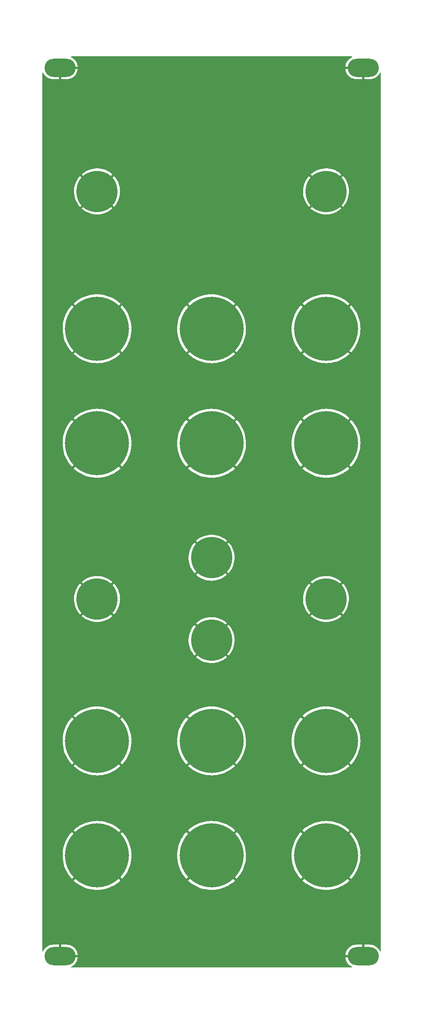
<source format=gbl>
G04 #@! TF.GenerationSoftware,KiCad,Pcbnew,6.0.7-f9a2dced07~116~ubuntu22.04.1*
G04 #@! TF.CreationDate,2022-09-02T23:25:56-04:00*
G04 #@! TF.ProjectId,voltproc_panel,766f6c74-7072-46f6-935f-70616e656c2e,rev?*
G04 #@! TF.SameCoordinates,Original*
G04 #@! TF.FileFunction,Copper,L2,Bot*
G04 #@! TF.FilePolarity,Positive*
%FSLAX46Y46*%
G04 Gerber Fmt 4.6, Leading zero omitted, Abs format (unit mm)*
G04 Created by KiCad (PCBNEW 6.0.7-f9a2dced07~116~ubuntu22.04.1) date 2022-09-02 23:25:56*
%MOMM*%
%LPD*%
G01*
G04 APERTURE LIST*
G04 #@! TA.AperFunction,ComponentPad*
%ADD10O,6.800000X4.000000*%
G04 #@! TD*
G04 #@! TA.AperFunction,ComponentPad*
%ADD11C,9.000000*%
G04 #@! TD*
G04 #@! TA.AperFunction,ComponentPad*
%ADD12C,14.000000*%
G04 #@! TD*
G04 APERTURE END LIST*
D10*
G04 #@! TO.P,H12,1*
G04 #@! TO.N,GND*
X86700000Y-204600000D03*
X86700000Y-10600000D03*
G04 #@! TD*
D11*
G04 #@! TO.P,H10,1*
G04 #@! TO.N,GND*
X53600000Y-117600000D03*
G04 #@! TD*
D12*
G04 #@! TO.P,H7,1*
G04 #@! TO.N,GND*
X28600000Y-67600000D03*
G04 #@! TD*
G04 #@! TO.P,H8,1*
G04 #@! TO.N,GND*
X53600000Y-67600000D03*
G04 #@! TD*
G04 #@! TO.P,H1,1*
G04 #@! TO.N,GND*
X28600000Y-157600000D03*
G04 #@! TD*
D10*
G04 #@! TO.P,H9,1*
G04 #@! TO.N,GND*
X20500000Y-204600000D03*
X20500000Y-10600000D03*
G04 #@! TD*
D11*
G04 #@! TO.P,H11,1*
G04 #@! TO.N,GND*
X28600000Y-37600000D03*
G04 #@! TD*
D12*
G04 #@! TO.P,H2,1*
G04 #@! TO.N,GND*
X28600000Y-182600000D03*
G04 #@! TD*
G04 #@! TO.P,H3,1*
G04 #@! TO.N,GND*
X53600000Y-157600000D03*
G04 #@! TD*
G04 #@! TO.P,H4,1*
G04 #@! TO.N,GND*
X53600000Y-182600000D03*
G04 #@! TD*
G04 #@! TO.P,H5,1*
G04 #@! TO.N,GND*
X78600000Y-157600000D03*
G04 #@! TD*
G04 #@! TO.P,H6,1*
G04 #@! TO.N,GND*
X78600000Y-182600000D03*
G04 #@! TD*
D11*
G04 #@! TO.P,H20,1*
G04 #@! TO.N,GND*
X78600000Y-126600000D03*
G04 #@! TD*
D12*
G04 #@! TO.P,H14,1*
G04 #@! TO.N,GND*
X28600000Y-92600000D03*
G04 #@! TD*
D11*
G04 #@! TO.P,H15,1*
G04 #@! TO.N,GND*
X53600000Y-135600000D03*
G04 #@! TD*
D12*
G04 #@! TO.P,H18,1*
G04 #@! TO.N,GND*
X78600000Y-92600000D03*
G04 #@! TD*
G04 #@! TO.P,H17,1*
G04 #@! TO.N,GND*
X53600000Y-92600000D03*
G04 #@! TD*
D11*
G04 #@! TO.P,H19,1*
G04 #@! TO.N,GND*
X78600000Y-37600000D03*
G04 #@! TD*
G04 #@! TO.P,H16,1*
G04 #@! TO.N,GND*
X28600000Y-126600000D03*
G04 #@! TD*
D12*
G04 #@! TO.P,H13,1*
G04 #@! TO.N,GND*
X78600000Y-67600000D03*
G04 #@! TD*
G04 #@! TA.AperFunction,Conductor*
G04 #@! TO.N,GND*
G36*
X84208761Y-8128502D02*
G01*
X84255254Y-8182158D01*
X84265358Y-8252432D01*
X84235864Y-8317012D01*
X84194288Y-8348508D01*
X84092959Y-8396190D01*
X84086026Y-8400001D01*
X83826271Y-8564847D01*
X83819868Y-8569498D01*
X83582813Y-8765607D01*
X83577046Y-8771023D01*
X83366443Y-8995293D01*
X83361404Y-9001384D01*
X83180570Y-9250281D01*
X83176330Y-9256961D01*
X83028110Y-9526572D01*
X83024753Y-9533707D01*
X82911492Y-9819770D01*
X82909047Y-9827296D01*
X82832538Y-10125279D01*
X82831055Y-10133050D01*
X82806425Y-10328026D01*
X82808728Y-10342306D01*
X82821720Y-10346000D01*
X86828000Y-10346000D01*
X86896121Y-10366002D01*
X86942614Y-10419658D01*
X86954000Y-10472000D01*
X86954000Y-13089885D01*
X86958475Y-13105124D01*
X86959865Y-13106329D01*
X86967548Y-13108000D01*
X88176829Y-13108000D01*
X88180820Y-13107874D01*
X88410994Y-13093393D01*
X88418855Y-13092400D01*
X88721046Y-13034754D01*
X88728723Y-13032783D01*
X89021309Y-12937716D01*
X89028672Y-12934801D01*
X89307041Y-12803811D01*
X89313974Y-12799999D01*
X89573729Y-12635153D01*
X89580132Y-12630502D01*
X89817187Y-12434393D01*
X89822954Y-12428977D01*
X90033557Y-12204707D01*
X90038596Y-12198616D01*
X90219430Y-11949719D01*
X90223670Y-11943039D01*
X90355085Y-11703996D01*
X90405431Y-11653937D01*
X90474848Y-11639044D01*
X90541297Y-11664045D01*
X90583681Y-11721002D01*
X90591500Y-11764697D01*
X90591500Y-203435303D01*
X90571498Y-203503424D01*
X90517842Y-203549917D01*
X90447568Y-203560021D01*
X90382988Y-203530527D01*
X90355085Y-203496004D01*
X90223670Y-203256961D01*
X90219430Y-203250281D01*
X90038596Y-203001384D01*
X90033557Y-202995293D01*
X89822954Y-202771023D01*
X89817187Y-202765607D01*
X89580132Y-202569498D01*
X89573729Y-202564847D01*
X89313974Y-202400001D01*
X89307041Y-202396189D01*
X89028672Y-202265199D01*
X89021309Y-202262284D01*
X88728723Y-202167217D01*
X88721046Y-202165246D01*
X88418855Y-202107600D01*
X88410994Y-202106607D01*
X88180820Y-202092126D01*
X88176829Y-202092000D01*
X86972115Y-202092000D01*
X86956876Y-202096475D01*
X86955671Y-202097865D01*
X86954000Y-202105548D01*
X86954000Y-204728000D01*
X86933998Y-204796121D01*
X86880342Y-204842614D01*
X86828000Y-204854000D01*
X82822269Y-204854000D01*
X82808392Y-204858075D01*
X82806355Y-204871426D01*
X82831055Y-205066950D01*
X82832538Y-205074721D01*
X82909047Y-205372704D01*
X82911492Y-205380230D01*
X83024753Y-205666293D01*
X83028110Y-205673428D01*
X83176330Y-205943039D01*
X83180570Y-205949719D01*
X83361404Y-206198616D01*
X83366443Y-206204707D01*
X83577046Y-206428977D01*
X83582813Y-206434393D01*
X83819868Y-206630502D01*
X83826271Y-206635153D01*
X84086026Y-206799999D01*
X84092959Y-206803810D01*
X84194288Y-206851492D01*
X84247409Y-206898594D01*
X84266632Y-206966939D01*
X84245853Y-207034827D01*
X84191670Y-207080704D01*
X84140640Y-207091500D01*
X23059360Y-207091500D01*
X22991239Y-207071498D01*
X22944746Y-207017842D01*
X22934642Y-206947568D01*
X22964136Y-206882988D01*
X23005712Y-206851492D01*
X23107041Y-206803810D01*
X23113974Y-206799999D01*
X23373729Y-206635153D01*
X23380132Y-206630502D01*
X23617187Y-206434393D01*
X23622954Y-206428977D01*
X23833557Y-206204707D01*
X23838596Y-206198616D01*
X24019430Y-205949719D01*
X24023670Y-205943039D01*
X24171890Y-205673428D01*
X24175247Y-205666293D01*
X24288508Y-205380230D01*
X24290953Y-205372704D01*
X24367462Y-205074721D01*
X24368945Y-205066950D01*
X24393575Y-204871974D01*
X24391272Y-204857694D01*
X24378280Y-204854000D01*
X20372000Y-204854000D01*
X20303879Y-204833998D01*
X20257386Y-204780342D01*
X20246000Y-204728000D01*
X20246000Y-204327885D01*
X20754000Y-204327885D01*
X20758475Y-204343124D01*
X20759865Y-204344329D01*
X20767548Y-204346000D01*
X24377731Y-204346000D01*
X24391608Y-204341925D01*
X24393645Y-204328574D01*
X24393576Y-204328026D01*
X82806425Y-204328026D01*
X82808728Y-204342306D01*
X82821720Y-204346000D01*
X86427885Y-204346000D01*
X86443124Y-204341525D01*
X86444329Y-204340135D01*
X86446000Y-204332452D01*
X86446000Y-202110115D01*
X86441525Y-202094876D01*
X86440135Y-202093671D01*
X86432452Y-202092000D01*
X85223171Y-202092000D01*
X85219180Y-202092126D01*
X84989006Y-202106607D01*
X84981145Y-202107600D01*
X84678954Y-202165246D01*
X84671277Y-202167217D01*
X84378691Y-202262284D01*
X84371328Y-202265199D01*
X84092959Y-202396189D01*
X84086026Y-202400001D01*
X83826271Y-202564847D01*
X83819868Y-202569498D01*
X83582813Y-202765607D01*
X83577046Y-202771023D01*
X83366443Y-202995293D01*
X83361404Y-203001384D01*
X83180570Y-203250281D01*
X83176330Y-203256961D01*
X83028110Y-203526572D01*
X83024753Y-203533707D01*
X82911492Y-203819770D01*
X82909047Y-203827296D01*
X82832538Y-204125279D01*
X82831055Y-204133050D01*
X82806425Y-204328026D01*
X24393576Y-204328026D01*
X24368945Y-204133050D01*
X24367462Y-204125279D01*
X24290953Y-203827296D01*
X24288508Y-203819770D01*
X24175247Y-203533707D01*
X24171890Y-203526572D01*
X24023670Y-203256961D01*
X24019430Y-203250281D01*
X23838596Y-203001384D01*
X23833557Y-202995293D01*
X23622954Y-202771023D01*
X23617187Y-202765607D01*
X23380132Y-202569498D01*
X23373729Y-202564847D01*
X23113974Y-202400001D01*
X23107041Y-202396189D01*
X22828672Y-202265199D01*
X22821309Y-202262284D01*
X22528723Y-202167217D01*
X22521046Y-202165246D01*
X22218855Y-202107600D01*
X22210994Y-202106607D01*
X21980820Y-202092126D01*
X21976829Y-202092000D01*
X20772115Y-202092000D01*
X20756876Y-202096475D01*
X20755671Y-202097865D01*
X20754000Y-202105548D01*
X20754000Y-204327885D01*
X20246000Y-204327885D01*
X20246000Y-202110115D01*
X20241525Y-202094876D01*
X20240135Y-202093671D01*
X20232452Y-202092000D01*
X19023171Y-202092000D01*
X19019180Y-202092126D01*
X18789006Y-202106607D01*
X18781145Y-202107600D01*
X18478954Y-202165246D01*
X18471277Y-202167217D01*
X18178691Y-202262284D01*
X18171328Y-202265199D01*
X17892959Y-202396189D01*
X17886026Y-202400001D01*
X17626271Y-202564847D01*
X17619868Y-202569498D01*
X17382813Y-202765607D01*
X17377046Y-202771023D01*
X17166443Y-202995293D01*
X17161404Y-203001384D01*
X16980570Y-203250281D01*
X16976330Y-203256961D01*
X16844915Y-203496004D01*
X16794569Y-203546063D01*
X16725152Y-203560956D01*
X16658703Y-203535955D01*
X16616319Y-203478998D01*
X16608500Y-203435303D01*
X16608500Y-188087102D01*
X23478438Y-188087102D01*
X23478462Y-188087441D01*
X23484285Y-188096073D01*
X23728991Y-188319913D01*
X23732445Y-188322852D01*
X24150430Y-188653550D01*
X24154067Y-188656222D01*
X24594618Y-188956182D01*
X24598446Y-188958593D01*
X25059337Y-189226300D01*
X25063309Y-189228421D01*
X25542148Y-189462483D01*
X25546284Y-189464325D01*
X26040627Y-189663551D01*
X26044871Y-189665087D01*
X26552218Y-189828467D01*
X26556539Y-189829689D01*
X27074254Y-189956374D01*
X27078695Y-189957294D01*
X27604141Y-190046637D01*
X27608595Y-190047232D01*
X28139106Y-190098782D01*
X28143579Y-190099056D01*
X28676427Y-190112543D01*
X28680930Y-190112496D01*
X29213352Y-190087853D01*
X29217836Y-190087485D01*
X29747152Y-190024836D01*
X29751591Y-190024149D01*
X30275087Y-189923814D01*
X30279446Y-189922815D01*
X30794414Y-189785311D01*
X30798727Y-189783992D01*
X31302525Y-189610028D01*
X31306740Y-189608402D01*
X31796805Y-189398866D01*
X31800892Y-189396943D01*
X32274731Y-189152900D01*
X32278658Y-189150696D01*
X32733828Y-188873404D01*
X32737624Y-188870901D01*
X33171786Y-188561788D01*
X33175372Y-188559036D01*
X33586362Y-188219640D01*
X33589705Y-188216672D01*
X33713630Y-188098453D01*
X33720179Y-188087102D01*
X48478438Y-188087102D01*
X48478462Y-188087441D01*
X48484285Y-188096073D01*
X48728991Y-188319913D01*
X48732445Y-188322852D01*
X49150430Y-188653550D01*
X49154067Y-188656222D01*
X49594618Y-188956182D01*
X49598446Y-188958593D01*
X50059337Y-189226300D01*
X50063309Y-189228421D01*
X50542148Y-189462483D01*
X50546284Y-189464325D01*
X51040627Y-189663551D01*
X51044871Y-189665087D01*
X51552218Y-189828467D01*
X51556539Y-189829689D01*
X52074254Y-189956374D01*
X52078695Y-189957294D01*
X52604141Y-190046637D01*
X52608595Y-190047232D01*
X53139106Y-190098782D01*
X53143579Y-190099056D01*
X53676427Y-190112543D01*
X53680930Y-190112496D01*
X54213352Y-190087853D01*
X54217836Y-190087485D01*
X54747152Y-190024836D01*
X54751591Y-190024149D01*
X55275087Y-189923814D01*
X55279446Y-189922815D01*
X55794414Y-189785311D01*
X55798727Y-189783992D01*
X56302525Y-189610028D01*
X56306740Y-189608402D01*
X56796805Y-189398866D01*
X56800892Y-189396943D01*
X57274731Y-189152900D01*
X57278658Y-189150696D01*
X57733828Y-188873404D01*
X57737624Y-188870901D01*
X58171786Y-188561788D01*
X58175372Y-188559036D01*
X58586362Y-188219640D01*
X58589705Y-188216672D01*
X58713630Y-188098453D01*
X58720179Y-188087102D01*
X73478438Y-188087102D01*
X73478462Y-188087441D01*
X73484285Y-188096073D01*
X73728991Y-188319913D01*
X73732445Y-188322852D01*
X74150430Y-188653550D01*
X74154067Y-188656222D01*
X74594618Y-188956182D01*
X74598446Y-188958593D01*
X75059337Y-189226300D01*
X75063309Y-189228421D01*
X75542148Y-189462483D01*
X75546284Y-189464325D01*
X76040627Y-189663551D01*
X76044871Y-189665087D01*
X76552218Y-189828467D01*
X76556539Y-189829689D01*
X77074254Y-189956374D01*
X77078695Y-189957294D01*
X77604141Y-190046637D01*
X77608595Y-190047232D01*
X78139106Y-190098782D01*
X78143579Y-190099056D01*
X78676427Y-190112543D01*
X78680930Y-190112496D01*
X79213352Y-190087853D01*
X79217836Y-190087485D01*
X79747152Y-190024836D01*
X79751591Y-190024149D01*
X80275087Y-189923814D01*
X80279446Y-189922815D01*
X80794414Y-189785311D01*
X80798727Y-189783992D01*
X81302525Y-189610028D01*
X81306740Y-189608402D01*
X81796805Y-189398866D01*
X81800892Y-189396943D01*
X82274731Y-189152900D01*
X82278658Y-189150696D01*
X82733828Y-188873404D01*
X82737624Y-188870901D01*
X83171786Y-188561788D01*
X83175372Y-188559036D01*
X83586362Y-188219640D01*
X83589705Y-188216672D01*
X83713630Y-188098453D01*
X83721568Y-188084695D01*
X83721518Y-188083649D01*
X83716625Y-188075835D01*
X78612812Y-182972022D01*
X78598868Y-182964408D01*
X78597035Y-182964539D01*
X78590420Y-182968790D01*
X73486052Y-188073158D01*
X73478438Y-188087102D01*
X58720179Y-188087102D01*
X58721568Y-188084695D01*
X58721518Y-188083649D01*
X58716625Y-188075835D01*
X53612812Y-182972022D01*
X53598868Y-182964408D01*
X53597035Y-182964539D01*
X53590420Y-182968790D01*
X48486052Y-188073158D01*
X48478438Y-188087102D01*
X33720179Y-188087102D01*
X33721568Y-188084695D01*
X33721518Y-188083649D01*
X33716625Y-188075835D01*
X28612812Y-182972022D01*
X28598868Y-182964408D01*
X28597035Y-182964539D01*
X28590420Y-182968790D01*
X23486052Y-188073158D01*
X23478438Y-188087102D01*
X16608500Y-188087102D01*
X16608500Y-182650201D01*
X21087236Y-182650201D01*
X21087267Y-182654699D01*
X21110052Y-183187215D01*
X21110404Y-183191696D01*
X21171206Y-183721240D01*
X21171874Y-183725659D01*
X21270381Y-184249497D01*
X21271370Y-184253884D01*
X21407070Y-184769308D01*
X21408381Y-184773648D01*
X21580581Y-185278039D01*
X21582188Y-185282249D01*
X21790028Y-185773079D01*
X21791917Y-185777129D01*
X22034314Y-186251836D01*
X22036507Y-186255776D01*
X22312217Y-186711925D01*
X22314678Y-186715685D01*
X22622290Y-187150947D01*
X22625036Y-187154552D01*
X22962987Y-187566712D01*
X22965944Y-187570066D01*
X23101751Y-187713428D01*
X23115482Y-187721415D01*
X23116410Y-187721374D01*
X23124399Y-187716391D01*
X28227978Y-182612812D01*
X28234356Y-182601132D01*
X28964408Y-182601132D01*
X28964539Y-182602965D01*
X28968790Y-182609580D01*
X34073389Y-187714179D01*
X34087333Y-187721793D01*
X34087556Y-187721778D01*
X34096338Y-187715831D01*
X34336905Y-187450987D01*
X34339793Y-187447570D01*
X34669044Y-187028414D01*
X34671701Y-187024771D01*
X34970130Y-186583164D01*
X34972526Y-186579329D01*
X35238617Y-186117514D01*
X35240726Y-186113531D01*
X35473116Y-185633878D01*
X35474941Y-185629741D01*
X35672446Y-185134690D01*
X35673961Y-185130460D01*
X35835567Y-184622549D01*
X35836781Y-184618202D01*
X35961661Y-184100034D01*
X35962555Y-184095638D01*
X36050064Y-183569885D01*
X36050649Y-183565380D01*
X36100363Y-183034517D01*
X36100613Y-183030439D01*
X36111566Y-182650201D01*
X46087236Y-182650201D01*
X46087267Y-182654699D01*
X46110052Y-183187215D01*
X46110404Y-183191696D01*
X46171206Y-183721240D01*
X46171874Y-183725659D01*
X46270381Y-184249497D01*
X46271370Y-184253884D01*
X46407070Y-184769308D01*
X46408381Y-184773648D01*
X46580581Y-185278039D01*
X46582188Y-185282249D01*
X46790028Y-185773079D01*
X46791917Y-185777129D01*
X47034314Y-186251836D01*
X47036507Y-186255776D01*
X47312217Y-186711925D01*
X47314678Y-186715685D01*
X47622290Y-187150947D01*
X47625036Y-187154552D01*
X47962987Y-187566712D01*
X47965944Y-187570066D01*
X48101751Y-187713428D01*
X48115482Y-187721415D01*
X48116410Y-187721374D01*
X48124399Y-187716391D01*
X53227978Y-182612812D01*
X53234356Y-182601132D01*
X53964408Y-182601132D01*
X53964539Y-182602965D01*
X53968790Y-182609580D01*
X59073389Y-187714179D01*
X59087333Y-187721793D01*
X59087556Y-187721778D01*
X59096338Y-187715831D01*
X59336905Y-187450987D01*
X59339793Y-187447570D01*
X59669044Y-187028414D01*
X59671701Y-187024771D01*
X59970130Y-186583164D01*
X59972526Y-186579329D01*
X60238617Y-186117514D01*
X60240726Y-186113531D01*
X60473116Y-185633878D01*
X60474941Y-185629741D01*
X60672446Y-185134690D01*
X60673961Y-185130460D01*
X60835567Y-184622549D01*
X60836781Y-184618202D01*
X60961661Y-184100034D01*
X60962555Y-184095638D01*
X61050064Y-183569885D01*
X61050649Y-183565380D01*
X61100363Y-183034517D01*
X61100613Y-183030439D01*
X61111566Y-182650201D01*
X71087236Y-182650201D01*
X71087267Y-182654699D01*
X71110052Y-183187215D01*
X71110404Y-183191696D01*
X71171206Y-183721240D01*
X71171874Y-183725659D01*
X71270381Y-184249497D01*
X71271370Y-184253884D01*
X71407070Y-184769308D01*
X71408381Y-184773648D01*
X71580581Y-185278039D01*
X71582188Y-185282249D01*
X71790028Y-185773079D01*
X71791917Y-185777129D01*
X72034314Y-186251836D01*
X72036507Y-186255776D01*
X72312217Y-186711925D01*
X72314678Y-186715685D01*
X72622290Y-187150947D01*
X72625036Y-187154552D01*
X72962987Y-187566712D01*
X72965944Y-187570066D01*
X73101751Y-187713428D01*
X73115482Y-187721415D01*
X73116410Y-187721374D01*
X73124399Y-187716391D01*
X78227978Y-182612812D01*
X78234356Y-182601132D01*
X78964408Y-182601132D01*
X78964539Y-182602965D01*
X78968790Y-182609580D01*
X84073389Y-187714179D01*
X84087333Y-187721793D01*
X84087556Y-187721778D01*
X84096338Y-187715831D01*
X84336905Y-187450987D01*
X84339793Y-187447570D01*
X84669044Y-187028414D01*
X84671701Y-187024771D01*
X84970130Y-186583164D01*
X84972526Y-186579329D01*
X85238617Y-186117514D01*
X85240726Y-186113531D01*
X85473116Y-185633878D01*
X85474941Y-185629741D01*
X85672446Y-185134690D01*
X85673961Y-185130460D01*
X85835567Y-184622549D01*
X85836781Y-184618202D01*
X85961661Y-184100034D01*
X85962555Y-184095638D01*
X86050064Y-183569885D01*
X86050649Y-183565380D01*
X86100363Y-183034517D01*
X86100613Y-183030439D01*
X86112954Y-182602024D01*
X86112939Y-182597967D01*
X86093866Y-182065096D01*
X86093544Y-182060601D01*
X86036442Y-181530662D01*
X86035800Y-181526211D01*
X85940955Y-181001710D01*
X85939999Y-180997327D01*
X85807892Y-180480933D01*
X85806630Y-180476645D01*
X85637938Y-179971015D01*
X85636370Y-179966818D01*
X85431966Y-179474558D01*
X85430088Y-179470456D01*
X85191023Y-178994094D01*
X85188855Y-178990133D01*
X84916347Y-178532090D01*
X84913891Y-178528279D01*
X84609331Y-178090890D01*
X84606624Y-178087284D01*
X84271552Y-177672765D01*
X84268609Y-177669380D01*
X84098034Y-177486780D01*
X84084361Y-177478698D01*
X84083667Y-177478724D01*
X84075320Y-177483890D01*
X78972022Y-182587188D01*
X78964408Y-182601132D01*
X78234356Y-182601132D01*
X78235592Y-182598868D01*
X78235461Y-182597035D01*
X78231210Y-182590420D01*
X73127007Y-177486217D01*
X73113063Y-177478603D01*
X73112606Y-177478635D01*
X73104130Y-177484332D01*
X72897104Y-177709077D01*
X72894190Y-177712477D01*
X72562015Y-178129331D01*
X72559344Y-178132941D01*
X72257831Y-178572465D01*
X72255409Y-178576283D01*
X71986107Y-179036216D01*
X71983964Y-179040196D01*
X71748233Y-179518211D01*
X71746376Y-179522343D01*
X71545427Y-180015984D01*
X71543874Y-180020230D01*
X71378729Y-180526984D01*
X71377484Y-180531326D01*
X71248991Y-181048608D01*
X71248067Y-181052991D01*
X71156885Y-181578152D01*
X71156274Y-181582609D01*
X71102873Y-182112930D01*
X71102583Y-182117413D01*
X71087236Y-182650201D01*
X61111566Y-182650201D01*
X61112954Y-182602024D01*
X61112939Y-182597967D01*
X61093866Y-182065096D01*
X61093544Y-182060601D01*
X61036442Y-181530662D01*
X61035800Y-181526211D01*
X60940955Y-181001710D01*
X60939999Y-180997327D01*
X60807892Y-180480933D01*
X60806630Y-180476645D01*
X60637938Y-179971015D01*
X60636370Y-179966818D01*
X60431966Y-179474558D01*
X60430088Y-179470456D01*
X60191023Y-178994094D01*
X60188855Y-178990133D01*
X59916347Y-178532090D01*
X59913891Y-178528279D01*
X59609331Y-178090890D01*
X59606624Y-178087284D01*
X59271552Y-177672765D01*
X59268609Y-177669380D01*
X59098034Y-177486780D01*
X59084361Y-177478698D01*
X59083667Y-177478724D01*
X59075320Y-177483890D01*
X53972022Y-182587188D01*
X53964408Y-182601132D01*
X53234356Y-182601132D01*
X53235592Y-182598868D01*
X53235461Y-182597035D01*
X53231210Y-182590420D01*
X48127007Y-177486217D01*
X48113063Y-177478603D01*
X48112606Y-177478635D01*
X48104130Y-177484332D01*
X47897104Y-177709077D01*
X47894190Y-177712477D01*
X47562015Y-178129331D01*
X47559344Y-178132941D01*
X47257831Y-178572465D01*
X47255409Y-178576283D01*
X46986107Y-179036216D01*
X46983964Y-179040196D01*
X46748233Y-179518211D01*
X46746376Y-179522343D01*
X46545427Y-180015984D01*
X46543874Y-180020230D01*
X46378729Y-180526984D01*
X46377484Y-180531326D01*
X46248991Y-181048608D01*
X46248067Y-181052991D01*
X46156885Y-181578152D01*
X46156274Y-181582609D01*
X46102873Y-182112930D01*
X46102583Y-182117413D01*
X46087236Y-182650201D01*
X36111566Y-182650201D01*
X36112954Y-182602024D01*
X36112939Y-182597967D01*
X36093866Y-182065096D01*
X36093544Y-182060601D01*
X36036442Y-181530662D01*
X36035800Y-181526211D01*
X35940955Y-181001710D01*
X35939999Y-180997327D01*
X35807892Y-180480933D01*
X35806630Y-180476645D01*
X35637938Y-179971015D01*
X35636370Y-179966818D01*
X35431966Y-179474558D01*
X35430088Y-179470456D01*
X35191023Y-178994094D01*
X35188855Y-178990133D01*
X34916347Y-178532090D01*
X34913891Y-178528279D01*
X34609331Y-178090890D01*
X34606624Y-178087284D01*
X34271552Y-177672765D01*
X34268609Y-177669380D01*
X34098034Y-177486780D01*
X34084361Y-177478698D01*
X34083667Y-177478724D01*
X34075320Y-177483890D01*
X28972022Y-182587188D01*
X28964408Y-182601132D01*
X28234356Y-182601132D01*
X28235592Y-182598868D01*
X28235461Y-182597035D01*
X28231210Y-182590420D01*
X23127007Y-177486217D01*
X23113063Y-177478603D01*
X23112606Y-177478635D01*
X23104130Y-177484332D01*
X22897104Y-177709077D01*
X22894190Y-177712477D01*
X22562015Y-178129331D01*
X22559344Y-178132941D01*
X22257831Y-178572465D01*
X22255409Y-178576283D01*
X21986107Y-179036216D01*
X21983964Y-179040196D01*
X21748233Y-179518211D01*
X21746376Y-179522343D01*
X21545427Y-180015984D01*
X21543874Y-180020230D01*
X21378729Y-180526984D01*
X21377484Y-180531326D01*
X21248991Y-181048608D01*
X21248067Y-181052991D01*
X21156885Y-181578152D01*
X21156274Y-181582609D01*
X21102873Y-182112930D01*
X21102583Y-182117413D01*
X21087236Y-182650201D01*
X16608500Y-182650201D01*
X16608500Y-177115591D01*
X23478674Y-177115591D01*
X23478707Y-177116404D01*
X23483783Y-177124573D01*
X28587188Y-182227978D01*
X28601132Y-182235592D01*
X28602965Y-182235461D01*
X28609580Y-182231210D01*
X33713682Y-177127108D01*
X33719971Y-177115591D01*
X48478674Y-177115591D01*
X48478707Y-177116404D01*
X48483783Y-177124573D01*
X53587188Y-182227978D01*
X53601132Y-182235592D01*
X53602965Y-182235461D01*
X53609580Y-182231210D01*
X58713682Y-177127108D01*
X58719971Y-177115591D01*
X73478674Y-177115591D01*
X73478707Y-177116404D01*
X73483783Y-177124573D01*
X78587188Y-182227978D01*
X78601132Y-182235592D01*
X78602965Y-182235461D01*
X78609580Y-182231210D01*
X83713682Y-177127108D01*
X83721296Y-177113164D01*
X83721255Y-177112590D01*
X83715684Y-177104268D01*
X83510818Y-176914228D01*
X83507387Y-176911267D01*
X83091729Y-176577666D01*
X83088115Y-176574972D01*
X82649654Y-176271933D01*
X82645835Y-176269490D01*
X82186846Y-175998585D01*
X82182877Y-175996430D01*
X81705679Y-175759028D01*
X81701575Y-175757166D01*
X81208610Y-175554483D01*
X81204395Y-175552924D01*
X80698199Y-175386006D01*
X80693883Y-175384752D01*
X80177042Y-175254451D01*
X80172665Y-175253513D01*
X79647822Y-175160496D01*
X79643365Y-175159870D01*
X79113241Y-175104620D01*
X79108747Y-175104313D01*
X78576027Y-175087107D01*
X78571530Y-175087122D01*
X78038927Y-175108048D01*
X78034451Y-175108384D01*
X77504713Y-175167336D01*
X77500261Y-175167994D01*
X76976106Y-175264667D01*
X76971701Y-175265643D01*
X76455801Y-175399545D01*
X76451490Y-175400830D01*
X75946471Y-175571278D01*
X75942259Y-175572870D01*
X75450723Y-175778988D01*
X75446647Y-175780871D01*
X74971109Y-176021605D01*
X74967158Y-176023786D01*
X74510063Y-176297893D01*
X74506267Y-176300358D01*
X74069930Y-176606452D01*
X74066347Y-176609162D01*
X73653007Y-176945674D01*
X73649617Y-176948642D01*
X73486708Y-177101891D01*
X73478674Y-177115591D01*
X58719971Y-177115591D01*
X58721296Y-177113164D01*
X58721255Y-177112590D01*
X58715684Y-177104268D01*
X58510818Y-176914228D01*
X58507387Y-176911267D01*
X58091729Y-176577666D01*
X58088115Y-176574972D01*
X57649654Y-176271933D01*
X57645835Y-176269490D01*
X57186846Y-175998585D01*
X57182877Y-175996430D01*
X56705679Y-175759028D01*
X56701575Y-175757166D01*
X56208610Y-175554483D01*
X56204395Y-175552924D01*
X55698199Y-175386006D01*
X55693883Y-175384752D01*
X55177042Y-175254451D01*
X55172665Y-175253513D01*
X54647822Y-175160496D01*
X54643365Y-175159870D01*
X54113241Y-175104620D01*
X54108747Y-175104313D01*
X53576027Y-175087107D01*
X53571530Y-175087122D01*
X53038927Y-175108048D01*
X53034451Y-175108384D01*
X52504713Y-175167336D01*
X52500261Y-175167994D01*
X51976106Y-175264667D01*
X51971701Y-175265643D01*
X51455801Y-175399545D01*
X51451490Y-175400830D01*
X50946471Y-175571278D01*
X50942259Y-175572870D01*
X50450723Y-175778988D01*
X50446647Y-175780871D01*
X49971109Y-176021605D01*
X49967158Y-176023786D01*
X49510063Y-176297893D01*
X49506267Y-176300358D01*
X49069930Y-176606452D01*
X49066347Y-176609162D01*
X48653007Y-176945674D01*
X48649617Y-176948642D01*
X48486708Y-177101891D01*
X48478674Y-177115591D01*
X33719971Y-177115591D01*
X33721296Y-177113164D01*
X33721255Y-177112590D01*
X33715684Y-177104268D01*
X33510818Y-176914228D01*
X33507387Y-176911267D01*
X33091729Y-176577666D01*
X33088115Y-176574972D01*
X32649654Y-176271933D01*
X32645835Y-176269490D01*
X32186846Y-175998585D01*
X32182877Y-175996430D01*
X31705679Y-175759028D01*
X31701575Y-175757166D01*
X31208610Y-175554483D01*
X31204395Y-175552924D01*
X30698199Y-175386006D01*
X30693883Y-175384752D01*
X30177042Y-175254451D01*
X30172665Y-175253513D01*
X29647822Y-175160496D01*
X29643365Y-175159870D01*
X29113241Y-175104620D01*
X29108747Y-175104313D01*
X28576027Y-175087107D01*
X28571530Y-175087122D01*
X28038927Y-175108048D01*
X28034451Y-175108384D01*
X27504713Y-175167336D01*
X27500261Y-175167994D01*
X26976106Y-175264667D01*
X26971701Y-175265643D01*
X26455801Y-175399545D01*
X26451490Y-175400830D01*
X25946471Y-175571278D01*
X25942259Y-175572870D01*
X25450723Y-175778988D01*
X25446647Y-175780871D01*
X24971109Y-176021605D01*
X24967158Y-176023786D01*
X24510063Y-176297893D01*
X24506267Y-176300358D01*
X24069930Y-176606452D01*
X24066347Y-176609162D01*
X23653007Y-176945674D01*
X23649617Y-176948642D01*
X23486708Y-177101891D01*
X23478674Y-177115591D01*
X16608500Y-177115591D01*
X16608500Y-163087102D01*
X23478438Y-163087102D01*
X23478462Y-163087441D01*
X23484285Y-163096073D01*
X23728991Y-163319913D01*
X23732445Y-163322852D01*
X24150430Y-163653550D01*
X24154067Y-163656222D01*
X24594618Y-163956182D01*
X24598446Y-163958593D01*
X25059337Y-164226300D01*
X25063309Y-164228421D01*
X25542148Y-164462483D01*
X25546284Y-164464325D01*
X26040627Y-164663551D01*
X26044871Y-164665087D01*
X26552218Y-164828467D01*
X26556539Y-164829689D01*
X27074254Y-164956374D01*
X27078695Y-164957294D01*
X27604141Y-165046637D01*
X27608595Y-165047232D01*
X28139106Y-165098782D01*
X28143579Y-165099056D01*
X28676427Y-165112543D01*
X28680930Y-165112496D01*
X29213352Y-165087853D01*
X29217836Y-165087485D01*
X29747152Y-165024836D01*
X29751591Y-165024149D01*
X30275087Y-164923814D01*
X30279446Y-164922815D01*
X30794414Y-164785311D01*
X30798727Y-164783992D01*
X31302525Y-164610028D01*
X31306740Y-164608402D01*
X31796805Y-164398866D01*
X31800892Y-164396943D01*
X32274731Y-164152900D01*
X32278658Y-164150696D01*
X32733828Y-163873404D01*
X32737624Y-163870901D01*
X33171786Y-163561788D01*
X33175372Y-163559036D01*
X33586362Y-163219640D01*
X33589705Y-163216672D01*
X33713630Y-163098453D01*
X33720179Y-163087102D01*
X48478438Y-163087102D01*
X48478462Y-163087441D01*
X48484285Y-163096073D01*
X48728991Y-163319913D01*
X48732445Y-163322852D01*
X49150430Y-163653550D01*
X49154067Y-163656222D01*
X49594618Y-163956182D01*
X49598446Y-163958593D01*
X50059337Y-164226300D01*
X50063309Y-164228421D01*
X50542148Y-164462483D01*
X50546284Y-164464325D01*
X51040627Y-164663551D01*
X51044871Y-164665087D01*
X51552218Y-164828467D01*
X51556539Y-164829689D01*
X52074254Y-164956374D01*
X52078695Y-164957294D01*
X52604141Y-165046637D01*
X52608595Y-165047232D01*
X53139106Y-165098782D01*
X53143579Y-165099056D01*
X53676427Y-165112543D01*
X53680930Y-165112496D01*
X54213352Y-165087853D01*
X54217836Y-165087485D01*
X54747152Y-165024836D01*
X54751591Y-165024149D01*
X55275087Y-164923814D01*
X55279446Y-164922815D01*
X55794414Y-164785311D01*
X55798727Y-164783992D01*
X56302525Y-164610028D01*
X56306740Y-164608402D01*
X56796805Y-164398866D01*
X56800892Y-164396943D01*
X57274731Y-164152900D01*
X57278658Y-164150696D01*
X57733828Y-163873404D01*
X57737624Y-163870901D01*
X58171786Y-163561788D01*
X58175372Y-163559036D01*
X58586362Y-163219640D01*
X58589705Y-163216672D01*
X58713630Y-163098453D01*
X58720179Y-163087102D01*
X73478438Y-163087102D01*
X73478462Y-163087441D01*
X73484285Y-163096073D01*
X73728991Y-163319913D01*
X73732445Y-163322852D01*
X74150430Y-163653550D01*
X74154067Y-163656222D01*
X74594618Y-163956182D01*
X74598446Y-163958593D01*
X75059337Y-164226300D01*
X75063309Y-164228421D01*
X75542148Y-164462483D01*
X75546284Y-164464325D01*
X76040627Y-164663551D01*
X76044871Y-164665087D01*
X76552218Y-164828467D01*
X76556539Y-164829689D01*
X77074254Y-164956374D01*
X77078695Y-164957294D01*
X77604141Y-165046637D01*
X77608595Y-165047232D01*
X78139106Y-165098782D01*
X78143579Y-165099056D01*
X78676427Y-165112543D01*
X78680930Y-165112496D01*
X79213352Y-165087853D01*
X79217836Y-165087485D01*
X79747152Y-165024836D01*
X79751591Y-165024149D01*
X80275087Y-164923814D01*
X80279446Y-164922815D01*
X80794414Y-164785311D01*
X80798727Y-164783992D01*
X81302525Y-164610028D01*
X81306740Y-164608402D01*
X81796805Y-164398866D01*
X81800892Y-164396943D01*
X82274731Y-164152900D01*
X82278658Y-164150696D01*
X82733828Y-163873404D01*
X82737624Y-163870901D01*
X83171786Y-163561788D01*
X83175372Y-163559036D01*
X83586362Y-163219640D01*
X83589705Y-163216672D01*
X83713630Y-163098453D01*
X83721568Y-163084695D01*
X83721518Y-163083649D01*
X83716625Y-163075835D01*
X78612812Y-157972022D01*
X78598868Y-157964408D01*
X78597035Y-157964539D01*
X78590420Y-157968790D01*
X73486052Y-163073158D01*
X73478438Y-163087102D01*
X58720179Y-163087102D01*
X58721568Y-163084695D01*
X58721518Y-163083649D01*
X58716625Y-163075835D01*
X53612812Y-157972022D01*
X53598868Y-157964408D01*
X53597035Y-157964539D01*
X53590420Y-157968790D01*
X48486052Y-163073158D01*
X48478438Y-163087102D01*
X33720179Y-163087102D01*
X33721568Y-163084695D01*
X33721518Y-163083649D01*
X33716625Y-163075835D01*
X28612812Y-157972022D01*
X28598868Y-157964408D01*
X28597035Y-157964539D01*
X28590420Y-157968790D01*
X23486052Y-163073158D01*
X23478438Y-163087102D01*
X16608500Y-163087102D01*
X16608500Y-157650201D01*
X21087236Y-157650201D01*
X21087267Y-157654699D01*
X21110052Y-158187215D01*
X21110404Y-158191696D01*
X21171206Y-158721240D01*
X21171874Y-158725659D01*
X21270381Y-159249497D01*
X21271370Y-159253884D01*
X21407070Y-159769308D01*
X21408381Y-159773648D01*
X21580581Y-160278039D01*
X21582188Y-160282249D01*
X21790028Y-160773079D01*
X21791917Y-160777129D01*
X22034314Y-161251836D01*
X22036507Y-161255776D01*
X22312217Y-161711925D01*
X22314678Y-161715685D01*
X22622290Y-162150947D01*
X22625036Y-162154552D01*
X22962987Y-162566712D01*
X22965944Y-162570066D01*
X23101751Y-162713428D01*
X23115482Y-162721415D01*
X23116410Y-162721374D01*
X23124399Y-162716391D01*
X28227978Y-157612812D01*
X28234356Y-157601132D01*
X28964408Y-157601132D01*
X28964539Y-157602965D01*
X28968790Y-157609580D01*
X34073389Y-162714179D01*
X34087333Y-162721793D01*
X34087556Y-162721778D01*
X34096338Y-162715831D01*
X34336905Y-162450987D01*
X34339793Y-162447570D01*
X34669044Y-162028414D01*
X34671701Y-162024771D01*
X34970130Y-161583164D01*
X34972526Y-161579329D01*
X35238617Y-161117514D01*
X35240726Y-161113531D01*
X35473116Y-160633878D01*
X35474941Y-160629741D01*
X35672446Y-160134690D01*
X35673961Y-160130460D01*
X35835567Y-159622549D01*
X35836781Y-159618202D01*
X35961661Y-159100034D01*
X35962555Y-159095638D01*
X36050064Y-158569885D01*
X36050649Y-158565380D01*
X36100363Y-158034517D01*
X36100613Y-158030439D01*
X36111566Y-157650201D01*
X46087236Y-157650201D01*
X46087267Y-157654699D01*
X46110052Y-158187215D01*
X46110404Y-158191696D01*
X46171206Y-158721240D01*
X46171874Y-158725659D01*
X46270381Y-159249497D01*
X46271370Y-159253884D01*
X46407070Y-159769308D01*
X46408381Y-159773648D01*
X46580581Y-160278039D01*
X46582188Y-160282249D01*
X46790028Y-160773079D01*
X46791917Y-160777129D01*
X47034314Y-161251836D01*
X47036507Y-161255776D01*
X47312217Y-161711925D01*
X47314678Y-161715685D01*
X47622290Y-162150947D01*
X47625036Y-162154552D01*
X47962987Y-162566712D01*
X47965944Y-162570066D01*
X48101751Y-162713428D01*
X48115482Y-162721415D01*
X48116410Y-162721374D01*
X48124399Y-162716391D01*
X53227978Y-157612812D01*
X53234356Y-157601132D01*
X53964408Y-157601132D01*
X53964539Y-157602965D01*
X53968790Y-157609580D01*
X59073389Y-162714179D01*
X59087333Y-162721793D01*
X59087556Y-162721778D01*
X59096338Y-162715831D01*
X59336905Y-162450987D01*
X59339793Y-162447570D01*
X59669044Y-162028414D01*
X59671701Y-162024771D01*
X59970130Y-161583164D01*
X59972526Y-161579329D01*
X60238617Y-161117514D01*
X60240726Y-161113531D01*
X60473116Y-160633878D01*
X60474941Y-160629741D01*
X60672446Y-160134690D01*
X60673961Y-160130460D01*
X60835567Y-159622549D01*
X60836781Y-159618202D01*
X60961661Y-159100034D01*
X60962555Y-159095638D01*
X61050064Y-158569885D01*
X61050649Y-158565380D01*
X61100363Y-158034517D01*
X61100613Y-158030439D01*
X61111566Y-157650201D01*
X71087236Y-157650201D01*
X71087267Y-157654699D01*
X71110052Y-158187215D01*
X71110404Y-158191696D01*
X71171206Y-158721240D01*
X71171874Y-158725659D01*
X71270381Y-159249497D01*
X71271370Y-159253884D01*
X71407070Y-159769308D01*
X71408381Y-159773648D01*
X71580581Y-160278039D01*
X71582188Y-160282249D01*
X71790028Y-160773079D01*
X71791917Y-160777129D01*
X72034314Y-161251836D01*
X72036507Y-161255776D01*
X72312217Y-161711925D01*
X72314678Y-161715685D01*
X72622290Y-162150947D01*
X72625036Y-162154552D01*
X72962987Y-162566712D01*
X72965944Y-162570066D01*
X73101751Y-162713428D01*
X73115482Y-162721415D01*
X73116410Y-162721374D01*
X73124399Y-162716391D01*
X78227978Y-157612812D01*
X78234356Y-157601132D01*
X78964408Y-157601132D01*
X78964539Y-157602965D01*
X78968790Y-157609580D01*
X84073389Y-162714179D01*
X84087333Y-162721793D01*
X84087556Y-162721778D01*
X84096338Y-162715831D01*
X84336905Y-162450987D01*
X84339793Y-162447570D01*
X84669044Y-162028414D01*
X84671701Y-162024771D01*
X84970130Y-161583164D01*
X84972526Y-161579329D01*
X85238617Y-161117514D01*
X85240726Y-161113531D01*
X85473116Y-160633878D01*
X85474941Y-160629741D01*
X85672446Y-160134690D01*
X85673961Y-160130460D01*
X85835567Y-159622549D01*
X85836781Y-159618202D01*
X85961661Y-159100034D01*
X85962555Y-159095638D01*
X86050064Y-158569885D01*
X86050649Y-158565380D01*
X86100363Y-158034517D01*
X86100613Y-158030439D01*
X86112954Y-157602024D01*
X86112939Y-157597967D01*
X86093866Y-157065096D01*
X86093544Y-157060601D01*
X86036442Y-156530662D01*
X86035800Y-156526211D01*
X85940955Y-156001710D01*
X85939999Y-155997327D01*
X85807892Y-155480933D01*
X85806630Y-155476645D01*
X85637938Y-154971015D01*
X85636370Y-154966818D01*
X85431966Y-154474558D01*
X85430088Y-154470456D01*
X85191023Y-153994094D01*
X85188855Y-153990133D01*
X84916347Y-153532090D01*
X84913891Y-153528279D01*
X84609331Y-153090890D01*
X84606624Y-153087284D01*
X84271552Y-152672765D01*
X84268609Y-152669380D01*
X84098034Y-152486780D01*
X84084361Y-152478698D01*
X84083667Y-152478724D01*
X84075320Y-152483890D01*
X78972022Y-157587188D01*
X78964408Y-157601132D01*
X78234356Y-157601132D01*
X78235592Y-157598868D01*
X78235461Y-157597035D01*
X78231210Y-157590420D01*
X73127007Y-152486217D01*
X73113063Y-152478603D01*
X73112606Y-152478635D01*
X73104130Y-152484332D01*
X72897104Y-152709077D01*
X72894190Y-152712477D01*
X72562015Y-153129331D01*
X72559344Y-153132941D01*
X72257831Y-153572465D01*
X72255409Y-153576283D01*
X71986107Y-154036216D01*
X71983964Y-154040196D01*
X71748233Y-154518211D01*
X71746376Y-154522343D01*
X71545427Y-155015984D01*
X71543874Y-155020230D01*
X71378729Y-155526984D01*
X71377484Y-155531326D01*
X71248991Y-156048608D01*
X71248067Y-156052991D01*
X71156885Y-156578152D01*
X71156274Y-156582609D01*
X71102873Y-157112930D01*
X71102583Y-157117413D01*
X71087236Y-157650201D01*
X61111566Y-157650201D01*
X61112954Y-157602024D01*
X61112939Y-157597967D01*
X61093866Y-157065096D01*
X61093544Y-157060601D01*
X61036442Y-156530662D01*
X61035800Y-156526211D01*
X60940955Y-156001710D01*
X60939999Y-155997327D01*
X60807892Y-155480933D01*
X60806630Y-155476645D01*
X60637938Y-154971015D01*
X60636370Y-154966818D01*
X60431966Y-154474558D01*
X60430088Y-154470456D01*
X60191023Y-153994094D01*
X60188855Y-153990133D01*
X59916347Y-153532090D01*
X59913891Y-153528279D01*
X59609331Y-153090890D01*
X59606624Y-153087284D01*
X59271552Y-152672765D01*
X59268609Y-152669380D01*
X59098034Y-152486780D01*
X59084361Y-152478698D01*
X59083667Y-152478724D01*
X59075320Y-152483890D01*
X53972022Y-157587188D01*
X53964408Y-157601132D01*
X53234356Y-157601132D01*
X53235592Y-157598868D01*
X53235461Y-157597035D01*
X53231210Y-157590420D01*
X48127007Y-152486217D01*
X48113063Y-152478603D01*
X48112606Y-152478635D01*
X48104130Y-152484332D01*
X47897104Y-152709077D01*
X47894190Y-152712477D01*
X47562015Y-153129331D01*
X47559344Y-153132941D01*
X47257831Y-153572465D01*
X47255409Y-153576283D01*
X46986107Y-154036216D01*
X46983964Y-154040196D01*
X46748233Y-154518211D01*
X46746376Y-154522343D01*
X46545427Y-155015984D01*
X46543874Y-155020230D01*
X46378729Y-155526984D01*
X46377484Y-155531326D01*
X46248991Y-156048608D01*
X46248067Y-156052991D01*
X46156885Y-156578152D01*
X46156274Y-156582609D01*
X46102873Y-157112930D01*
X46102583Y-157117413D01*
X46087236Y-157650201D01*
X36111566Y-157650201D01*
X36112954Y-157602024D01*
X36112939Y-157597967D01*
X36093866Y-157065096D01*
X36093544Y-157060601D01*
X36036442Y-156530662D01*
X36035800Y-156526211D01*
X35940955Y-156001710D01*
X35939999Y-155997327D01*
X35807892Y-155480933D01*
X35806630Y-155476645D01*
X35637938Y-154971015D01*
X35636370Y-154966818D01*
X35431966Y-154474558D01*
X35430088Y-154470456D01*
X35191023Y-153994094D01*
X35188855Y-153990133D01*
X34916347Y-153532090D01*
X34913891Y-153528279D01*
X34609331Y-153090890D01*
X34606624Y-153087284D01*
X34271552Y-152672765D01*
X34268609Y-152669380D01*
X34098034Y-152486780D01*
X34084361Y-152478698D01*
X34083667Y-152478724D01*
X34075320Y-152483890D01*
X28972022Y-157587188D01*
X28964408Y-157601132D01*
X28234356Y-157601132D01*
X28235592Y-157598868D01*
X28235461Y-157597035D01*
X28231210Y-157590420D01*
X23127007Y-152486217D01*
X23113063Y-152478603D01*
X23112606Y-152478635D01*
X23104130Y-152484332D01*
X22897104Y-152709077D01*
X22894190Y-152712477D01*
X22562015Y-153129331D01*
X22559344Y-153132941D01*
X22257831Y-153572465D01*
X22255409Y-153576283D01*
X21986107Y-154036216D01*
X21983964Y-154040196D01*
X21748233Y-154518211D01*
X21746376Y-154522343D01*
X21545427Y-155015984D01*
X21543874Y-155020230D01*
X21378729Y-155526984D01*
X21377484Y-155531326D01*
X21248991Y-156048608D01*
X21248067Y-156052991D01*
X21156885Y-156578152D01*
X21156274Y-156582609D01*
X21102873Y-157112930D01*
X21102583Y-157117413D01*
X21087236Y-157650201D01*
X16608500Y-157650201D01*
X16608500Y-152115591D01*
X23478674Y-152115591D01*
X23478707Y-152116404D01*
X23483783Y-152124573D01*
X28587188Y-157227978D01*
X28601132Y-157235592D01*
X28602965Y-157235461D01*
X28609580Y-157231210D01*
X33713682Y-152127108D01*
X33719971Y-152115591D01*
X48478674Y-152115591D01*
X48478707Y-152116404D01*
X48483783Y-152124573D01*
X53587188Y-157227978D01*
X53601132Y-157235592D01*
X53602965Y-157235461D01*
X53609580Y-157231210D01*
X58713682Y-152127108D01*
X58719971Y-152115591D01*
X73478674Y-152115591D01*
X73478707Y-152116404D01*
X73483783Y-152124573D01*
X78587188Y-157227978D01*
X78601132Y-157235592D01*
X78602965Y-157235461D01*
X78609580Y-157231210D01*
X83713682Y-152127108D01*
X83721296Y-152113164D01*
X83721255Y-152112590D01*
X83715684Y-152104268D01*
X83510818Y-151914228D01*
X83507387Y-151911267D01*
X83091729Y-151577666D01*
X83088115Y-151574972D01*
X82649654Y-151271933D01*
X82645835Y-151269490D01*
X82186846Y-150998585D01*
X82182877Y-150996430D01*
X81705679Y-150759028D01*
X81701575Y-150757166D01*
X81208610Y-150554483D01*
X81204395Y-150552924D01*
X80698199Y-150386006D01*
X80693883Y-150384752D01*
X80177042Y-150254451D01*
X80172665Y-150253513D01*
X79647822Y-150160496D01*
X79643365Y-150159870D01*
X79113241Y-150104620D01*
X79108747Y-150104313D01*
X78576027Y-150087107D01*
X78571530Y-150087122D01*
X78038927Y-150108048D01*
X78034451Y-150108384D01*
X77504713Y-150167336D01*
X77500261Y-150167994D01*
X76976106Y-150264667D01*
X76971701Y-150265643D01*
X76455801Y-150399545D01*
X76451490Y-150400830D01*
X75946471Y-150571278D01*
X75942259Y-150572870D01*
X75450723Y-150778988D01*
X75446647Y-150780871D01*
X74971109Y-151021605D01*
X74967158Y-151023786D01*
X74510063Y-151297893D01*
X74506267Y-151300358D01*
X74069930Y-151606452D01*
X74066347Y-151609162D01*
X73653007Y-151945674D01*
X73649617Y-151948642D01*
X73486708Y-152101891D01*
X73478674Y-152115591D01*
X58719971Y-152115591D01*
X58721296Y-152113164D01*
X58721255Y-152112590D01*
X58715684Y-152104268D01*
X58510818Y-151914228D01*
X58507387Y-151911267D01*
X58091729Y-151577666D01*
X58088115Y-151574972D01*
X57649654Y-151271933D01*
X57645835Y-151269490D01*
X57186846Y-150998585D01*
X57182877Y-150996430D01*
X56705679Y-150759028D01*
X56701575Y-150757166D01*
X56208610Y-150554483D01*
X56204395Y-150552924D01*
X55698199Y-150386006D01*
X55693883Y-150384752D01*
X55177042Y-150254451D01*
X55172665Y-150253513D01*
X54647822Y-150160496D01*
X54643365Y-150159870D01*
X54113241Y-150104620D01*
X54108747Y-150104313D01*
X53576027Y-150087107D01*
X53571530Y-150087122D01*
X53038927Y-150108048D01*
X53034451Y-150108384D01*
X52504713Y-150167336D01*
X52500261Y-150167994D01*
X51976106Y-150264667D01*
X51971701Y-150265643D01*
X51455801Y-150399545D01*
X51451490Y-150400830D01*
X50946471Y-150571278D01*
X50942259Y-150572870D01*
X50450723Y-150778988D01*
X50446647Y-150780871D01*
X49971109Y-151021605D01*
X49967158Y-151023786D01*
X49510063Y-151297893D01*
X49506267Y-151300358D01*
X49069930Y-151606452D01*
X49066347Y-151609162D01*
X48653007Y-151945674D01*
X48649617Y-151948642D01*
X48486708Y-152101891D01*
X48478674Y-152115591D01*
X33719971Y-152115591D01*
X33721296Y-152113164D01*
X33721255Y-152112590D01*
X33715684Y-152104268D01*
X33510818Y-151914228D01*
X33507387Y-151911267D01*
X33091729Y-151577666D01*
X33088115Y-151574972D01*
X32649654Y-151271933D01*
X32645835Y-151269490D01*
X32186846Y-150998585D01*
X32182877Y-150996430D01*
X31705679Y-150759028D01*
X31701575Y-150757166D01*
X31208610Y-150554483D01*
X31204395Y-150552924D01*
X30698199Y-150386006D01*
X30693883Y-150384752D01*
X30177042Y-150254451D01*
X30172665Y-150253513D01*
X29647822Y-150160496D01*
X29643365Y-150159870D01*
X29113241Y-150104620D01*
X29108747Y-150104313D01*
X28576027Y-150087107D01*
X28571530Y-150087122D01*
X28038927Y-150108048D01*
X28034451Y-150108384D01*
X27504713Y-150167336D01*
X27500261Y-150167994D01*
X26976106Y-150264667D01*
X26971701Y-150265643D01*
X26455801Y-150399545D01*
X26451490Y-150400830D01*
X25946471Y-150571278D01*
X25942259Y-150572870D01*
X25450723Y-150778988D01*
X25446647Y-150780871D01*
X24971109Y-151021605D01*
X24967158Y-151023786D01*
X24510063Y-151297893D01*
X24506267Y-151300358D01*
X24069930Y-151606452D01*
X24066347Y-151609162D01*
X23653007Y-151945674D01*
X23649617Y-151948642D01*
X23486708Y-152101891D01*
X23478674Y-152115591D01*
X16608500Y-152115591D01*
X16608500Y-139317924D01*
X50247616Y-139317924D01*
X50247665Y-139318616D01*
X50253111Y-139326781D01*
X50342226Y-139410027D01*
X50346503Y-139413681D01*
X50693829Y-139684553D01*
X50698386Y-139687792D01*
X51068432Y-139926727D01*
X51073261Y-139929549D01*
X51463048Y-140134626D01*
X51468150Y-140137027D01*
X51874633Y-140306647D01*
X51879888Y-140308570D01*
X52299860Y-140441389D01*
X52305259Y-140442836D01*
X52735375Y-140537796D01*
X52740886Y-140538758D01*
X53177749Y-140595110D01*
X53183312Y-140595577D01*
X53623453Y-140612869D01*
X53629045Y-140612840D01*
X54068965Y-140590940D01*
X54074548Y-140590412D01*
X54510788Y-140529490D01*
X54516275Y-140528473D01*
X54945381Y-140429012D01*
X54950767Y-140427508D01*
X55369333Y-140290296D01*
X55374550Y-140288324D01*
X55779260Y-140114447D01*
X55784303Y-140112009D01*
X56171943Y-139902850D01*
X56176747Y-139899975D01*
X56544239Y-139657198D01*
X56548802Y-139653883D01*
X56893266Y-139379393D01*
X56897481Y-139375716D01*
X56945286Y-139330112D01*
X56953226Y-139316352D01*
X56953176Y-139315307D01*
X56948285Y-139307495D01*
X53612812Y-135972022D01*
X53598868Y-135964408D01*
X53597035Y-135964539D01*
X53590420Y-135968790D01*
X50255230Y-139303980D01*
X50247616Y-139317924D01*
X16608500Y-139317924D01*
X16608500Y-135471585D01*
X48588722Y-135471585D01*
X48596793Y-135911981D01*
X48597143Y-135917547D01*
X48644333Y-136355491D01*
X48645180Y-136361030D01*
X48731112Y-136793042D01*
X48732441Y-136798453D01*
X48856444Y-137221138D01*
X48858250Y-137226413D01*
X49019326Y-137636377D01*
X49021608Y-137641501D01*
X49218485Y-138035516D01*
X49221209Y-138040409D01*
X49452333Y-138415363D01*
X49455484Y-138419999D01*
X49719031Y-138772931D01*
X49722564Y-138777248D01*
X49871583Y-138943625D01*
X49885079Y-138951989D01*
X49894491Y-138946299D01*
X53227978Y-135612812D01*
X53234356Y-135601132D01*
X53964408Y-135601132D01*
X53964539Y-135602965D01*
X53968790Y-135609580D01*
X57303870Y-138944660D01*
X57317631Y-138952174D01*
X57326992Y-138945716D01*
X57510483Y-138736482D01*
X57513988Y-138732109D01*
X57773825Y-138376435D01*
X57776920Y-138371777D01*
X58004101Y-137994431D01*
X58006782Y-137989492D01*
X58199515Y-137593455D01*
X58201750Y-137588289D01*
X58358519Y-137176675D01*
X58360275Y-137171363D01*
X58479838Y-136747427D01*
X58481114Y-136741991D01*
X58562520Y-136309092D01*
X58563307Y-136303555D01*
X58605963Y-135864580D01*
X58606236Y-135860143D01*
X58612990Y-135602234D01*
X58612948Y-135597762D01*
X58593327Y-135157177D01*
X58592829Y-135151590D01*
X58534193Y-134715047D01*
X58533200Y-134709524D01*
X58435990Y-134279920D01*
X58434517Y-134274533D01*
X58299499Y-133855261D01*
X58297544Y-133850003D01*
X58125801Y-133444419D01*
X58123382Y-133439348D01*
X57916253Y-133050614D01*
X57913418Y-133045819D01*
X57672538Y-132677013D01*
X57669287Y-132672489D01*
X57396582Y-132326564D01*
X57392934Y-132322338D01*
X57329587Y-132255233D01*
X57315871Y-132247222D01*
X57315000Y-132247259D01*
X57306923Y-132252287D01*
X53972022Y-135587188D01*
X53964408Y-135601132D01*
X53234356Y-135601132D01*
X53235592Y-135598868D01*
X53235461Y-135597035D01*
X53231210Y-135590420D01*
X49893542Y-132252752D01*
X49880234Y-132245485D01*
X49870195Y-132252607D01*
X49608756Y-132566953D01*
X49605361Y-132571425D01*
X49354932Y-132933765D01*
X49351953Y-132938515D01*
X49134719Y-133321695D01*
X49132188Y-133326662D01*
X48949866Y-133727656D01*
X48947788Y-133732824D01*
X48801840Y-134148426D01*
X48800219Y-134153795D01*
X48691798Y-134580705D01*
X48690664Y-134586178D01*
X48620621Y-135021044D01*
X48619976Y-135026622D01*
X48588869Y-135465964D01*
X48588722Y-135471585D01*
X16608500Y-135471585D01*
X16608500Y-131882502D01*
X50246077Y-131882502D01*
X50252184Y-131892974D01*
X53587188Y-135227978D01*
X53601132Y-135235592D01*
X53602965Y-135235461D01*
X53609580Y-135231210D01*
X56944435Y-131896355D01*
X56951998Y-131882505D01*
X56945671Y-131873283D01*
X56756913Y-131705992D01*
X56752551Y-131702459D01*
X56398262Y-131440778D01*
X56393609Y-131437651D01*
X56017453Y-131208495D01*
X56012536Y-131205791D01*
X55617488Y-131010974D01*
X55612379Y-131008732D01*
X55201563Y-130849799D01*
X55196273Y-130848019D01*
X54772954Y-130726234D01*
X54767530Y-130724932D01*
X54335068Y-130641261D01*
X54329539Y-130640445D01*
X53891353Y-130595550D01*
X53885771Y-130595228D01*
X53445346Y-130589463D01*
X53439735Y-130589639D01*
X53000541Y-130623048D01*
X52994984Y-130623720D01*
X52560504Y-130696037D01*
X52555007Y-130697205D01*
X52128680Y-130807858D01*
X52123314Y-130809510D01*
X51708509Y-130957622D01*
X51703321Y-130959739D01*
X51303311Y-131144147D01*
X51298342Y-131146711D01*
X50916308Y-131365948D01*
X50911575Y-131368951D01*
X50550545Y-131621278D01*
X50546104Y-131624686D01*
X50254521Y-131869785D01*
X50246077Y-131882502D01*
X16608500Y-131882502D01*
X16608500Y-130317924D01*
X25247616Y-130317924D01*
X25247665Y-130318616D01*
X25253111Y-130326781D01*
X25342226Y-130410027D01*
X25346503Y-130413681D01*
X25693829Y-130684553D01*
X25698386Y-130687792D01*
X26068432Y-130926727D01*
X26073261Y-130929549D01*
X26463048Y-131134626D01*
X26468150Y-131137027D01*
X26874633Y-131306647D01*
X26879888Y-131308570D01*
X27299860Y-131441389D01*
X27305259Y-131442836D01*
X27735375Y-131537796D01*
X27740886Y-131538758D01*
X28177749Y-131595110D01*
X28183312Y-131595577D01*
X28623453Y-131612869D01*
X28629045Y-131612840D01*
X29068965Y-131590940D01*
X29074548Y-131590412D01*
X29510788Y-131529490D01*
X29516275Y-131528473D01*
X29945381Y-131429012D01*
X29950767Y-131427508D01*
X30369333Y-131290296D01*
X30374550Y-131288324D01*
X30779260Y-131114447D01*
X30784303Y-131112009D01*
X31171943Y-130902850D01*
X31176747Y-130899975D01*
X31544239Y-130657198D01*
X31548802Y-130653883D01*
X31893266Y-130379393D01*
X31897481Y-130375716D01*
X31945286Y-130330112D01*
X31952319Y-130317924D01*
X75247616Y-130317924D01*
X75247665Y-130318616D01*
X75253111Y-130326781D01*
X75342226Y-130410027D01*
X75346503Y-130413681D01*
X75693829Y-130684553D01*
X75698386Y-130687792D01*
X76068432Y-130926727D01*
X76073261Y-130929549D01*
X76463048Y-131134626D01*
X76468150Y-131137027D01*
X76874633Y-131306647D01*
X76879888Y-131308570D01*
X77299860Y-131441389D01*
X77305259Y-131442836D01*
X77735375Y-131537796D01*
X77740886Y-131538758D01*
X78177749Y-131595110D01*
X78183312Y-131595577D01*
X78623453Y-131612869D01*
X78629045Y-131612840D01*
X79068965Y-131590940D01*
X79074548Y-131590412D01*
X79510788Y-131529490D01*
X79516275Y-131528473D01*
X79945381Y-131429012D01*
X79950767Y-131427508D01*
X80369333Y-131290296D01*
X80374550Y-131288324D01*
X80779260Y-131114447D01*
X80784303Y-131112009D01*
X81171943Y-130902850D01*
X81176747Y-130899975D01*
X81544239Y-130657198D01*
X81548802Y-130653883D01*
X81893266Y-130379393D01*
X81897481Y-130375716D01*
X81945286Y-130330112D01*
X81953226Y-130316352D01*
X81953176Y-130315307D01*
X81948285Y-130307495D01*
X78612812Y-126972022D01*
X78598868Y-126964408D01*
X78597035Y-126964539D01*
X78590420Y-126968790D01*
X75255230Y-130303980D01*
X75247616Y-130317924D01*
X31952319Y-130317924D01*
X31953226Y-130316352D01*
X31953176Y-130315307D01*
X31948285Y-130307495D01*
X28612812Y-126972022D01*
X28598868Y-126964408D01*
X28597035Y-126964539D01*
X28590420Y-126968790D01*
X25255230Y-130303980D01*
X25247616Y-130317924D01*
X16608500Y-130317924D01*
X16608500Y-126471585D01*
X23588722Y-126471585D01*
X23596793Y-126911981D01*
X23597143Y-126917547D01*
X23644333Y-127355491D01*
X23645180Y-127361030D01*
X23731112Y-127793042D01*
X23732441Y-127798453D01*
X23856444Y-128221138D01*
X23858250Y-128226413D01*
X24019326Y-128636377D01*
X24021608Y-128641501D01*
X24218485Y-129035516D01*
X24221209Y-129040409D01*
X24452333Y-129415363D01*
X24455484Y-129419999D01*
X24719031Y-129772931D01*
X24722564Y-129777248D01*
X24871583Y-129943625D01*
X24885079Y-129951989D01*
X24894491Y-129946299D01*
X28227978Y-126612812D01*
X28234356Y-126601132D01*
X28964408Y-126601132D01*
X28964539Y-126602965D01*
X28968790Y-126609580D01*
X32303870Y-129944660D01*
X32317631Y-129952174D01*
X32326992Y-129945716D01*
X32510483Y-129736482D01*
X32513988Y-129732109D01*
X32773825Y-129376435D01*
X32776920Y-129371777D01*
X33004101Y-128994431D01*
X33006782Y-128989492D01*
X33199515Y-128593455D01*
X33201750Y-128588289D01*
X33358519Y-128176675D01*
X33360275Y-128171363D01*
X33479838Y-127747427D01*
X33481114Y-127741991D01*
X33562520Y-127309092D01*
X33563307Y-127303555D01*
X33605963Y-126864580D01*
X33606236Y-126860143D01*
X33612990Y-126602234D01*
X33612948Y-126597762D01*
X33607329Y-126471585D01*
X73588722Y-126471585D01*
X73596793Y-126911981D01*
X73597143Y-126917547D01*
X73644333Y-127355491D01*
X73645180Y-127361030D01*
X73731112Y-127793042D01*
X73732441Y-127798453D01*
X73856444Y-128221138D01*
X73858250Y-128226413D01*
X74019326Y-128636377D01*
X74021608Y-128641501D01*
X74218485Y-129035516D01*
X74221209Y-129040409D01*
X74452333Y-129415363D01*
X74455484Y-129419999D01*
X74719031Y-129772931D01*
X74722564Y-129777248D01*
X74871583Y-129943625D01*
X74885079Y-129951989D01*
X74894491Y-129946299D01*
X78227978Y-126612812D01*
X78234356Y-126601132D01*
X78964408Y-126601132D01*
X78964539Y-126602965D01*
X78968790Y-126609580D01*
X82303870Y-129944660D01*
X82317631Y-129952174D01*
X82326992Y-129945716D01*
X82510483Y-129736482D01*
X82513988Y-129732109D01*
X82773825Y-129376435D01*
X82776920Y-129371777D01*
X83004101Y-128994431D01*
X83006782Y-128989492D01*
X83199515Y-128593455D01*
X83201750Y-128588289D01*
X83358519Y-128176675D01*
X83360275Y-128171363D01*
X83479838Y-127747427D01*
X83481114Y-127741991D01*
X83562520Y-127309092D01*
X83563307Y-127303555D01*
X83605963Y-126864580D01*
X83606236Y-126860143D01*
X83612990Y-126602234D01*
X83612948Y-126597762D01*
X83593327Y-126157177D01*
X83592829Y-126151590D01*
X83534193Y-125715047D01*
X83533200Y-125709524D01*
X83435990Y-125279920D01*
X83434517Y-125274533D01*
X83299499Y-124855261D01*
X83297544Y-124850003D01*
X83125801Y-124444419D01*
X83123382Y-124439348D01*
X82916253Y-124050614D01*
X82913418Y-124045819D01*
X82672538Y-123677013D01*
X82669287Y-123672489D01*
X82396582Y-123326564D01*
X82392934Y-123322338D01*
X82329587Y-123255233D01*
X82315871Y-123247222D01*
X82315000Y-123247259D01*
X82306923Y-123252287D01*
X78972022Y-126587188D01*
X78964408Y-126601132D01*
X78234356Y-126601132D01*
X78235592Y-126598868D01*
X78235461Y-126597035D01*
X78231210Y-126590420D01*
X74893542Y-123252752D01*
X74880234Y-123245485D01*
X74870195Y-123252607D01*
X74608756Y-123566953D01*
X74605361Y-123571425D01*
X74354932Y-123933765D01*
X74351953Y-123938515D01*
X74134719Y-124321695D01*
X74132188Y-124326662D01*
X73949866Y-124727656D01*
X73947788Y-124732824D01*
X73801840Y-125148426D01*
X73800219Y-125153795D01*
X73691798Y-125580705D01*
X73690664Y-125586178D01*
X73620621Y-126021044D01*
X73619976Y-126026622D01*
X73588869Y-126465964D01*
X73588722Y-126471585D01*
X33607329Y-126471585D01*
X33593327Y-126157177D01*
X33592829Y-126151590D01*
X33534193Y-125715047D01*
X33533200Y-125709524D01*
X33435990Y-125279920D01*
X33434517Y-125274533D01*
X33299499Y-124855261D01*
X33297544Y-124850003D01*
X33125801Y-124444419D01*
X33123382Y-124439348D01*
X32916253Y-124050614D01*
X32913418Y-124045819D01*
X32672538Y-123677013D01*
X32669287Y-123672489D01*
X32396582Y-123326564D01*
X32392934Y-123322338D01*
X32329587Y-123255233D01*
X32315871Y-123247222D01*
X32315000Y-123247259D01*
X32306923Y-123252287D01*
X28972022Y-126587188D01*
X28964408Y-126601132D01*
X28234356Y-126601132D01*
X28235592Y-126598868D01*
X28235461Y-126597035D01*
X28231210Y-126590420D01*
X24893542Y-123252752D01*
X24880234Y-123245485D01*
X24870195Y-123252607D01*
X24608756Y-123566953D01*
X24605361Y-123571425D01*
X24354932Y-123933765D01*
X24351953Y-123938515D01*
X24134719Y-124321695D01*
X24132188Y-124326662D01*
X23949866Y-124727656D01*
X23947788Y-124732824D01*
X23801840Y-125148426D01*
X23800219Y-125153795D01*
X23691798Y-125580705D01*
X23690664Y-125586178D01*
X23620621Y-126021044D01*
X23619976Y-126026622D01*
X23588869Y-126465964D01*
X23588722Y-126471585D01*
X16608500Y-126471585D01*
X16608500Y-122882502D01*
X25246077Y-122882502D01*
X25252184Y-122892974D01*
X28587188Y-126227978D01*
X28601132Y-126235592D01*
X28602965Y-126235461D01*
X28609580Y-126231210D01*
X31944435Y-122896355D01*
X31951998Y-122882505D01*
X31951996Y-122882502D01*
X75246077Y-122882502D01*
X75252184Y-122892974D01*
X78587188Y-126227978D01*
X78601132Y-126235592D01*
X78602965Y-126235461D01*
X78609580Y-126231210D01*
X81944435Y-122896355D01*
X81951998Y-122882505D01*
X81945671Y-122873283D01*
X81756913Y-122705992D01*
X81752551Y-122702459D01*
X81398262Y-122440778D01*
X81393609Y-122437651D01*
X81017453Y-122208495D01*
X81012536Y-122205791D01*
X80617488Y-122010974D01*
X80612379Y-122008732D01*
X80201563Y-121849799D01*
X80196273Y-121848019D01*
X79772954Y-121726234D01*
X79767530Y-121724932D01*
X79335068Y-121641261D01*
X79329539Y-121640445D01*
X78891353Y-121595550D01*
X78885771Y-121595228D01*
X78445346Y-121589463D01*
X78439735Y-121589639D01*
X78000541Y-121623048D01*
X77994984Y-121623720D01*
X77560504Y-121696037D01*
X77555007Y-121697205D01*
X77128680Y-121807858D01*
X77123314Y-121809510D01*
X76708509Y-121957622D01*
X76703321Y-121959739D01*
X76303311Y-122144147D01*
X76298342Y-122146711D01*
X75916308Y-122365948D01*
X75911575Y-122368951D01*
X75550545Y-122621278D01*
X75546104Y-122624686D01*
X75254521Y-122869785D01*
X75246077Y-122882502D01*
X31951996Y-122882502D01*
X31945671Y-122873283D01*
X31756913Y-122705992D01*
X31752551Y-122702459D01*
X31398262Y-122440778D01*
X31393609Y-122437651D01*
X31017453Y-122208495D01*
X31012536Y-122205791D01*
X30617488Y-122010974D01*
X30612379Y-122008732D01*
X30201563Y-121849799D01*
X30196273Y-121848019D01*
X29772954Y-121726234D01*
X29767530Y-121724932D01*
X29335068Y-121641261D01*
X29329539Y-121640445D01*
X28891353Y-121595550D01*
X28885771Y-121595228D01*
X28445346Y-121589463D01*
X28439735Y-121589639D01*
X28000541Y-121623048D01*
X27994984Y-121623720D01*
X27560504Y-121696037D01*
X27555007Y-121697205D01*
X27128680Y-121807858D01*
X27123314Y-121809510D01*
X26708509Y-121957622D01*
X26703321Y-121959739D01*
X26303311Y-122144147D01*
X26298342Y-122146711D01*
X25916308Y-122365948D01*
X25911575Y-122368951D01*
X25550545Y-122621278D01*
X25546104Y-122624686D01*
X25254521Y-122869785D01*
X25246077Y-122882502D01*
X16608500Y-122882502D01*
X16608500Y-121317924D01*
X50247616Y-121317924D01*
X50247665Y-121318616D01*
X50253111Y-121326781D01*
X50342226Y-121410027D01*
X50346503Y-121413681D01*
X50693829Y-121684553D01*
X50698386Y-121687792D01*
X51068432Y-121926727D01*
X51073261Y-121929549D01*
X51463048Y-122134626D01*
X51468150Y-122137027D01*
X51874633Y-122306647D01*
X51879888Y-122308570D01*
X52299860Y-122441389D01*
X52305259Y-122442836D01*
X52735375Y-122537796D01*
X52740886Y-122538758D01*
X53177749Y-122595110D01*
X53183312Y-122595577D01*
X53623453Y-122612869D01*
X53629045Y-122612840D01*
X54068965Y-122590940D01*
X54074548Y-122590412D01*
X54510788Y-122529490D01*
X54516275Y-122528473D01*
X54945381Y-122429012D01*
X54950767Y-122427508D01*
X55369333Y-122290296D01*
X55374550Y-122288324D01*
X55779260Y-122114447D01*
X55784303Y-122112009D01*
X56171943Y-121902850D01*
X56176747Y-121899975D01*
X56544239Y-121657198D01*
X56548802Y-121653883D01*
X56893266Y-121379393D01*
X56897481Y-121375716D01*
X56945286Y-121330112D01*
X56953226Y-121316352D01*
X56953176Y-121315307D01*
X56948285Y-121307495D01*
X53612812Y-117972022D01*
X53598868Y-117964408D01*
X53597035Y-117964539D01*
X53590420Y-117968790D01*
X50255230Y-121303980D01*
X50247616Y-121317924D01*
X16608500Y-121317924D01*
X16608500Y-117471585D01*
X48588722Y-117471585D01*
X48596793Y-117911981D01*
X48597143Y-117917547D01*
X48644333Y-118355491D01*
X48645180Y-118361030D01*
X48731112Y-118793042D01*
X48732441Y-118798453D01*
X48856444Y-119221138D01*
X48858250Y-119226413D01*
X49019326Y-119636377D01*
X49021608Y-119641501D01*
X49218485Y-120035516D01*
X49221209Y-120040409D01*
X49452333Y-120415363D01*
X49455484Y-120419999D01*
X49719031Y-120772931D01*
X49722564Y-120777248D01*
X49871583Y-120943625D01*
X49885079Y-120951989D01*
X49894491Y-120946299D01*
X53227978Y-117612812D01*
X53234356Y-117601132D01*
X53964408Y-117601132D01*
X53964539Y-117602965D01*
X53968790Y-117609580D01*
X57303870Y-120944660D01*
X57317631Y-120952174D01*
X57326992Y-120945716D01*
X57510483Y-120736482D01*
X57513988Y-120732109D01*
X57773825Y-120376435D01*
X57776920Y-120371777D01*
X58004101Y-119994431D01*
X58006782Y-119989492D01*
X58199515Y-119593455D01*
X58201750Y-119588289D01*
X58358519Y-119176675D01*
X58360275Y-119171363D01*
X58479838Y-118747427D01*
X58481114Y-118741991D01*
X58562520Y-118309092D01*
X58563307Y-118303555D01*
X58605963Y-117864580D01*
X58606236Y-117860143D01*
X58612990Y-117602234D01*
X58612948Y-117597762D01*
X58593327Y-117157177D01*
X58592829Y-117151590D01*
X58534193Y-116715047D01*
X58533200Y-116709524D01*
X58435990Y-116279920D01*
X58434517Y-116274533D01*
X58299499Y-115855261D01*
X58297544Y-115850003D01*
X58125801Y-115444419D01*
X58123382Y-115439348D01*
X57916253Y-115050614D01*
X57913418Y-115045819D01*
X57672538Y-114677013D01*
X57669287Y-114672489D01*
X57396582Y-114326564D01*
X57392934Y-114322338D01*
X57329587Y-114255233D01*
X57315871Y-114247222D01*
X57315000Y-114247259D01*
X57306923Y-114252287D01*
X53972022Y-117587188D01*
X53964408Y-117601132D01*
X53234356Y-117601132D01*
X53235592Y-117598868D01*
X53235461Y-117597035D01*
X53231210Y-117590420D01*
X49893542Y-114252752D01*
X49880234Y-114245485D01*
X49870195Y-114252607D01*
X49608756Y-114566953D01*
X49605361Y-114571425D01*
X49354932Y-114933765D01*
X49351953Y-114938515D01*
X49134719Y-115321695D01*
X49132188Y-115326662D01*
X48949866Y-115727656D01*
X48947788Y-115732824D01*
X48801840Y-116148426D01*
X48800219Y-116153795D01*
X48691798Y-116580705D01*
X48690664Y-116586178D01*
X48620621Y-117021044D01*
X48619976Y-117026622D01*
X48588869Y-117465964D01*
X48588722Y-117471585D01*
X16608500Y-117471585D01*
X16608500Y-113882502D01*
X50246077Y-113882502D01*
X50252184Y-113892974D01*
X53587188Y-117227978D01*
X53601132Y-117235592D01*
X53602965Y-117235461D01*
X53609580Y-117231210D01*
X56944435Y-113896355D01*
X56951998Y-113882505D01*
X56945671Y-113873283D01*
X56756913Y-113705992D01*
X56752551Y-113702459D01*
X56398262Y-113440778D01*
X56393609Y-113437651D01*
X56017453Y-113208495D01*
X56012536Y-113205791D01*
X55617488Y-113010974D01*
X55612379Y-113008732D01*
X55201563Y-112849799D01*
X55196273Y-112848019D01*
X54772954Y-112726234D01*
X54767530Y-112724932D01*
X54335068Y-112641261D01*
X54329539Y-112640445D01*
X53891353Y-112595550D01*
X53885771Y-112595228D01*
X53445346Y-112589463D01*
X53439735Y-112589639D01*
X53000541Y-112623048D01*
X52994984Y-112623720D01*
X52560504Y-112696037D01*
X52555007Y-112697205D01*
X52128680Y-112807858D01*
X52123314Y-112809510D01*
X51708509Y-112957622D01*
X51703321Y-112959739D01*
X51303311Y-113144147D01*
X51298342Y-113146711D01*
X50916308Y-113365948D01*
X50911575Y-113368951D01*
X50550545Y-113621278D01*
X50546104Y-113624686D01*
X50254521Y-113869785D01*
X50246077Y-113882502D01*
X16608500Y-113882502D01*
X16608500Y-98087102D01*
X23478438Y-98087102D01*
X23478462Y-98087441D01*
X23484285Y-98096073D01*
X23728991Y-98319913D01*
X23732445Y-98322852D01*
X24150430Y-98653550D01*
X24154067Y-98656222D01*
X24594618Y-98956182D01*
X24598446Y-98958593D01*
X25059337Y-99226300D01*
X25063309Y-99228421D01*
X25542148Y-99462483D01*
X25546284Y-99464325D01*
X26040627Y-99663551D01*
X26044871Y-99665087D01*
X26552218Y-99828467D01*
X26556539Y-99829689D01*
X27074254Y-99956374D01*
X27078695Y-99957294D01*
X27604141Y-100046637D01*
X27608595Y-100047232D01*
X28139106Y-100098782D01*
X28143579Y-100099056D01*
X28676427Y-100112543D01*
X28680930Y-100112496D01*
X29213352Y-100087853D01*
X29217836Y-100087485D01*
X29747152Y-100024836D01*
X29751591Y-100024149D01*
X30275087Y-99923814D01*
X30279446Y-99922815D01*
X30794414Y-99785311D01*
X30798727Y-99783992D01*
X31302525Y-99610028D01*
X31306740Y-99608402D01*
X31796805Y-99398866D01*
X31800892Y-99396943D01*
X32274731Y-99152900D01*
X32278658Y-99150696D01*
X32733828Y-98873404D01*
X32737624Y-98870901D01*
X33171786Y-98561788D01*
X33175372Y-98559036D01*
X33586362Y-98219640D01*
X33589705Y-98216672D01*
X33713630Y-98098453D01*
X33720179Y-98087102D01*
X48478438Y-98087102D01*
X48478462Y-98087441D01*
X48484285Y-98096073D01*
X48728991Y-98319913D01*
X48732445Y-98322852D01*
X49150430Y-98653550D01*
X49154067Y-98656222D01*
X49594618Y-98956182D01*
X49598446Y-98958593D01*
X50059337Y-99226300D01*
X50063309Y-99228421D01*
X50542148Y-99462483D01*
X50546284Y-99464325D01*
X51040627Y-99663551D01*
X51044871Y-99665087D01*
X51552218Y-99828467D01*
X51556539Y-99829689D01*
X52074254Y-99956374D01*
X52078695Y-99957294D01*
X52604141Y-100046637D01*
X52608595Y-100047232D01*
X53139106Y-100098782D01*
X53143579Y-100099056D01*
X53676427Y-100112543D01*
X53680930Y-100112496D01*
X54213352Y-100087853D01*
X54217836Y-100087485D01*
X54747152Y-100024836D01*
X54751591Y-100024149D01*
X55275087Y-99923814D01*
X55279446Y-99922815D01*
X55794414Y-99785311D01*
X55798727Y-99783992D01*
X56302525Y-99610028D01*
X56306740Y-99608402D01*
X56796805Y-99398866D01*
X56800892Y-99396943D01*
X57274731Y-99152900D01*
X57278658Y-99150696D01*
X57733828Y-98873404D01*
X57737624Y-98870901D01*
X58171786Y-98561788D01*
X58175372Y-98559036D01*
X58586362Y-98219640D01*
X58589705Y-98216672D01*
X58713630Y-98098453D01*
X58720179Y-98087102D01*
X73478438Y-98087102D01*
X73478462Y-98087441D01*
X73484285Y-98096073D01*
X73728991Y-98319913D01*
X73732445Y-98322852D01*
X74150430Y-98653550D01*
X74154067Y-98656222D01*
X74594618Y-98956182D01*
X74598446Y-98958593D01*
X75059337Y-99226300D01*
X75063309Y-99228421D01*
X75542148Y-99462483D01*
X75546284Y-99464325D01*
X76040627Y-99663551D01*
X76044871Y-99665087D01*
X76552218Y-99828467D01*
X76556539Y-99829689D01*
X77074254Y-99956374D01*
X77078695Y-99957294D01*
X77604141Y-100046637D01*
X77608595Y-100047232D01*
X78139106Y-100098782D01*
X78143579Y-100099056D01*
X78676427Y-100112543D01*
X78680930Y-100112496D01*
X79213352Y-100087853D01*
X79217836Y-100087485D01*
X79747152Y-100024836D01*
X79751591Y-100024149D01*
X80275087Y-99923814D01*
X80279446Y-99922815D01*
X80794414Y-99785311D01*
X80798727Y-99783992D01*
X81302525Y-99610028D01*
X81306740Y-99608402D01*
X81796805Y-99398866D01*
X81800892Y-99396943D01*
X82274731Y-99152900D01*
X82278658Y-99150696D01*
X82733828Y-98873404D01*
X82737624Y-98870901D01*
X83171786Y-98561788D01*
X83175372Y-98559036D01*
X83586362Y-98219640D01*
X83589705Y-98216672D01*
X83713630Y-98098453D01*
X83721568Y-98084695D01*
X83721518Y-98083649D01*
X83716625Y-98075835D01*
X78612812Y-92972022D01*
X78598868Y-92964408D01*
X78597035Y-92964539D01*
X78590420Y-92968790D01*
X73486052Y-98073158D01*
X73478438Y-98087102D01*
X58720179Y-98087102D01*
X58721568Y-98084695D01*
X58721518Y-98083649D01*
X58716625Y-98075835D01*
X53612812Y-92972022D01*
X53598868Y-92964408D01*
X53597035Y-92964539D01*
X53590420Y-92968790D01*
X48486052Y-98073158D01*
X48478438Y-98087102D01*
X33720179Y-98087102D01*
X33721568Y-98084695D01*
X33721518Y-98083649D01*
X33716625Y-98075835D01*
X28612812Y-92972022D01*
X28598868Y-92964408D01*
X28597035Y-92964539D01*
X28590420Y-92968790D01*
X23486052Y-98073158D01*
X23478438Y-98087102D01*
X16608500Y-98087102D01*
X16608500Y-92650201D01*
X21087236Y-92650201D01*
X21087267Y-92654699D01*
X21110052Y-93187215D01*
X21110404Y-93191696D01*
X21171206Y-93721240D01*
X21171874Y-93725659D01*
X21270381Y-94249497D01*
X21271370Y-94253884D01*
X21407070Y-94769308D01*
X21408381Y-94773648D01*
X21580581Y-95278039D01*
X21582188Y-95282249D01*
X21790028Y-95773079D01*
X21791917Y-95777129D01*
X22034314Y-96251836D01*
X22036507Y-96255776D01*
X22312217Y-96711925D01*
X22314678Y-96715685D01*
X22622290Y-97150947D01*
X22625036Y-97154552D01*
X22962987Y-97566712D01*
X22965944Y-97570066D01*
X23101751Y-97713428D01*
X23115482Y-97721415D01*
X23116410Y-97721374D01*
X23124399Y-97716391D01*
X28227978Y-92612812D01*
X28234356Y-92601132D01*
X28964408Y-92601132D01*
X28964539Y-92602965D01*
X28968790Y-92609580D01*
X34073389Y-97714179D01*
X34087333Y-97721793D01*
X34087556Y-97721778D01*
X34096338Y-97715831D01*
X34336905Y-97450987D01*
X34339793Y-97447570D01*
X34669044Y-97028414D01*
X34671701Y-97024771D01*
X34970130Y-96583164D01*
X34972526Y-96579329D01*
X35238617Y-96117514D01*
X35240726Y-96113531D01*
X35473116Y-95633878D01*
X35474941Y-95629741D01*
X35672446Y-95134690D01*
X35673961Y-95130460D01*
X35835567Y-94622549D01*
X35836781Y-94618202D01*
X35961661Y-94100034D01*
X35962555Y-94095638D01*
X36050064Y-93569885D01*
X36050649Y-93565380D01*
X36100363Y-93034517D01*
X36100613Y-93030439D01*
X36111566Y-92650201D01*
X46087236Y-92650201D01*
X46087267Y-92654699D01*
X46110052Y-93187215D01*
X46110404Y-93191696D01*
X46171206Y-93721240D01*
X46171874Y-93725659D01*
X46270381Y-94249497D01*
X46271370Y-94253884D01*
X46407070Y-94769308D01*
X46408381Y-94773648D01*
X46580581Y-95278039D01*
X46582188Y-95282249D01*
X46790028Y-95773079D01*
X46791917Y-95777129D01*
X47034314Y-96251836D01*
X47036507Y-96255776D01*
X47312217Y-96711925D01*
X47314678Y-96715685D01*
X47622290Y-97150947D01*
X47625036Y-97154552D01*
X47962987Y-97566712D01*
X47965944Y-97570066D01*
X48101751Y-97713428D01*
X48115482Y-97721415D01*
X48116410Y-97721374D01*
X48124399Y-97716391D01*
X53227978Y-92612812D01*
X53234356Y-92601132D01*
X53964408Y-92601132D01*
X53964539Y-92602965D01*
X53968790Y-92609580D01*
X59073389Y-97714179D01*
X59087333Y-97721793D01*
X59087556Y-97721778D01*
X59096338Y-97715831D01*
X59336905Y-97450987D01*
X59339793Y-97447570D01*
X59669044Y-97028414D01*
X59671701Y-97024771D01*
X59970130Y-96583164D01*
X59972526Y-96579329D01*
X60238617Y-96117514D01*
X60240726Y-96113531D01*
X60473116Y-95633878D01*
X60474941Y-95629741D01*
X60672446Y-95134690D01*
X60673961Y-95130460D01*
X60835567Y-94622549D01*
X60836781Y-94618202D01*
X60961661Y-94100034D01*
X60962555Y-94095638D01*
X61050064Y-93569885D01*
X61050649Y-93565380D01*
X61100363Y-93034517D01*
X61100613Y-93030439D01*
X61111566Y-92650201D01*
X71087236Y-92650201D01*
X71087267Y-92654699D01*
X71110052Y-93187215D01*
X71110404Y-93191696D01*
X71171206Y-93721240D01*
X71171874Y-93725659D01*
X71270381Y-94249497D01*
X71271370Y-94253884D01*
X71407070Y-94769308D01*
X71408381Y-94773648D01*
X71580581Y-95278039D01*
X71582188Y-95282249D01*
X71790028Y-95773079D01*
X71791917Y-95777129D01*
X72034314Y-96251836D01*
X72036507Y-96255776D01*
X72312217Y-96711925D01*
X72314678Y-96715685D01*
X72622290Y-97150947D01*
X72625036Y-97154552D01*
X72962987Y-97566712D01*
X72965944Y-97570066D01*
X73101751Y-97713428D01*
X73115482Y-97721415D01*
X73116410Y-97721374D01*
X73124399Y-97716391D01*
X78227978Y-92612812D01*
X78234356Y-92601132D01*
X78964408Y-92601132D01*
X78964539Y-92602965D01*
X78968790Y-92609580D01*
X84073389Y-97714179D01*
X84087333Y-97721793D01*
X84087556Y-97721778D01*
X84096338Y-97715831D01*
X84336905Y-97450987D01*
X84339793Y-97447570D01*
X84669044Y-97028414D01*
X84671701Y-97024771D01*
X84970130Y-96583164D01*
X84972526Y-96579329D01*
X85238617Y-96117514D01*
X85240726Y-96113531D01*
X85473116Y-95633878D01*
X85474941Y-95629741D01*
X85672446Y-95134690D01*
X85673961Y-95130460D01*
X85835567Y-94622549D01*
X85836781Y-94618202D01*
X85961661Y-94100034D01*
X85962555Y-94095638D01*
X86050064Y-93569885D01*
X86050649Y-93565380D01*
X86100363Y-93034517D01*
X86100613Y-93030439D01*
X86112954Y-92602024D01*
X86112939Y-92597967D01*
X86093866Y-92065096D01*
X86093544Y-92060601D01*
X86036442Y-91530662D01*
X86035800Y-91526211D01*
X85940955Y-91001710D01*
X85939999Y-90997327D01*
X85807892Y-90480933D01*
X85806630Y-90476645D01*
X85637938Y-89971015D01*
X85636370Y-89966818D01*
X85431966Y-89474558D01*
X85430088Y-89470456D01*
X85191023Y-88994094D01*
X85188855Y-88990133D01*
X84916347Y-88532090D01*
X84913891Y-88528279D01*
X84609331Y-88090890D01*
X84606624Y-88087284D01*
X84271552Y-87672765D01*
X84268609Y-87669380D01*
X84098034Y-87486780D01*
X84084361Y-87478698D01*
X84083667Y-87478724D01*
X84075320Y-87483890D01*
X78972022Y-92587188D01*
X78964408Y-92601132D01*
X78234356Y-92601132D01*
X78235592Y-92598868D01*
X78235461Y-92597035D01*
X78231210Y-92590420D01*
X73127007Y-87486217D01*
X73113063Y-87478603D01*
X73112606Y-87478635D01*
X73104130Y-87484332D01*
X72897104Y-87709077D01*
X72894190Y-87712477D01*
X72562015Y-88129331D01*
X72559344Y-88132941D01*
X72257831Y-88572465D01*
X72255409Y-88576283D01*
X71986107Y-89036216D01*
X71983964Y-89040196D01*
X71748233Y-89518211D01*
X71746376Y-89522343D01*
X71545427Y-90015984D01*
X71543874Y-90020230D01*
X71378729Y-90526984D01*
X71377484Y-90531326D01*
X71248991Y-91048608D01*
X71248067Y-91052991D01*
X71156885Y-91578152D01*
X71156274Y-91582609D01*
X71102873Y-92112930D01*
X71102583Y-92117413D01*
X71087236Y-92650201D01*
X61111566Y-92650201D01*
X61112954Y-92602024D01*
X61112939Y-92597967D01*
X61093866Y-92065096D01*
X61093544Y-92060601D01*
X61036442Y-91530662D01*
X61035800Y-91526211D01*
X60940955Y-91001710D01*
X60939999Y-90997327D01*
X60807892Y-90480933D01*
X60806630Y-90476645D01*
X60637938Y-89971015D01*
X60636370Y-89966818D01*
X60431966Y-89474558D01*
X60430088Y-89470456D01*
X60191023Y-88994094D01*
X60188855Y-88990133D01*
X59916347Y-88532090D01*
X59913891Y-88528279D01*
X59609331Y-88090890D01*
X59606624Y-88087284D01*
X59271552Y-87672765D01*
X59268609Y-87669380D01*
X59098034Y-87486780D01*
X59084361Y-87478698D01*
X59083667Y-87478724D01*
X59075320Y-87483890D01*
X53972022Y-92587188D01*
X53964408Y-92601132D01*
X53234356Y-92601132D01*
X53235592Y-92598868D01*
X53235461Y-92597035D01*
X53231210Y-92590420D01*
X48127007Y-87486217D01*
X48113063Y-87478603D01*
X48112606Y-87478635D01*
X48104130Y-87484332D01*
X47897104Y-87709077D01*
X47894190Y-87712477D01*
X47562015Y-88129331D01*
X47559344Y-88132941D01*
X47257831Y-88572465D01*
X47255409Y-88576283D01*
X46986107Y-89036216D01*
X46983964Y-89040196D01*
X46748233Y-89518211D01*
X46746376Y-89522343D01*
X46545427Y-90015984D01*
X46543874Y-90020230D01*
X46378729Y-90526984D01*
X46377484Y-90531326D01*
X46248991Y-91048608D01*
X46248067Y-91052991D01*
X46156885Y-91578152D01*
X46156274Y-91582609D01*
X46102873Y-92112930D01*
X46102583Y-92117413D01*
X46087236Y-92650201D01*
X36111566Y-92650201D01*
X36112954Y-92602024D01*
X36112939Y-92597967D01*
X36093866Y-92065096D01*
X36093544Y-92060601D01*
X36036442Y-91530662D01*
X36035800Y-91526211D01*
X35940955Y-91001710D01*
X35939999Y-90997327D01*
X35807892Y-90480933D01*
X35806630Y-90476645D01*
X35637938Y-89971015D01*
X35636370Y-89966818D01*
X35431966Y-89474558D01*
X35430088Y-89470456D01*
X35191023Y-88994094D01*
X35188855Y-88990133D01*
X34916347Y-88532090D01*
X34913891Y-88528279D01*
X34609331Y-88090890D01*
X34606624Y-88087284D01*
X34271552Y-87672765D01*
X34268609Y-87669380D01*
X34098034Y-87486780D01*
X34084361Y-87478698D01*
X34083667Y-87478724D01*
X34075320Y-87483890D01*
X28972022Y-92587188D01*
X28964408Y-92601132D01*
X28234356Y-92601132D01*
X28235592Y-92598868D01*
X28235461Y-92597035D01*
X28231210Y-92590420D01*
X23127007Y-87486217D01*
X23113063Y-87478603D01*
X23112606Y-87478635D01*
X23104130Y-87484332D01*
X22897104Y-87709077D01*
X22894190Y-87712477D01*
X22562015Y-88129331D01*
X22559344Y-88132941D01*
X22257831Y-88572465D01*
X22255409Y-88576283D01*
X21986107Y-89036216D01*
X21983964Y-89040196D01*
X21748233Y-89518211D01*
X21746376Y-89522343D01*
X21545427Y-90015984D01*
X21543874Y-90020230D01*
X21378729Y-90526984D01*
X21377484Y-90531326D01*
X21248991Y-91048608D01*
X21248067Y-91052991D01*
X21156885Y-91578152D01*
X21156274Y-91582609D01*
X21102873Y-92112930D01*
X21102583Y-92117413D01*
X21087236Y-92650201D01*
X16608500Y-92650201D01*
X16608500Y-87115591D01*
X23478674Y-87115591D01*
X23478707Y-87116404D01*
X23483783Y-87124573D01*
X28587188Y-92227978D01*
X28601132Y-92235592D01*
X28602965Y-92235461D01*
X28609580Y-92231210D01*
X33713682Y-87127108D01*
X33719971Y-87115591D01*
X48478674Y-87115591D01*
X48478707Y-87116404D01*
X48483783Y-87124573D01*
X53587188Y-92227978D01*
X53601132Y-92235592D01*
X53602965Y-92235461D01*
X53609580Y-92231210D01*
X58713682Y-87127108D01*
X58719971Y-87115591D01*
X73478674Y-87115591D01*
X73478707Y-87116404D01*
X73483783Y-87124573D01*
X78587188Y-92227978D01*
X78601132Y-92235592D01*
X78602965Y-92235461D01*
X78609580Y-92231210D01*
X83713682Y-87127108D01*
X83721296Y-87113164D01*
X83721255Y-87112590D01*
X83715684Y-87104268D01*
X83510818Y-86914228D01*
X83507387Y-86911267D01*
X83091729Y-86577666D01*
X83088115Y-86574972D01*
X82649654Y-86271933D01*
X82645835Y-86269490D01*
X82186846Y-85998585D01*
X82182877Y-85996430D01*
X81705679Y-85759028D01*
X81701575Y-85757166D01*
X81208610Y-85554483D01*
X81204395Y-85552924D01*
X80698199Y-85386006D01*
X80693883Y-85384752D01*
X80177042Y-85254451D01*
X80172665Y-85253513D01*
X79647822Y-85160496D01*
X79643365Y-85159870D01*
X79113241Y-85104620D01*
X79108747Y-85104313D01*
X78576027Y-85087107D01*
X78571530Y-85087122D01*
X78038927Y-85108048D01*
X78034451Y-85108384D01*
X77504713Y-85167336D01*
X77500261Y-85167994D01*
X76976106Y-85264667D01*
X76971701Y-85265643D01*
X76455801Y-85399545D01*
X76451490Y-85400830D01*
X75946471Y-85571278D01*
X75942259Y-85572870D01*
X75450723Y-85778988D01*
X75446647Y-85780871D01*
X74971109Y-86021605D01*
X74967158Y-86023786D01*
X74510063Y-86297893D01*
X74506267Y-86300358D01*
X74069930Y-86606452D01*
X74066347Y-86609162D01*
X73653007Y-86945674D01*
X73649617Y-86948642D01*
X73486708Y-87101891D01*
X73478674Y-87115591D01*
X58719971Y-87115591D01*
X58721296Y-87113164D01*
X58721255Y-87112590D01*
X58715684Y-87104268D01*
X58510818Y-86914228D01*
X58507387Y-86911267D01*
X58091729Y-86577666D01*
X58088115Y-86574972D01*
X57649654Y-86271933D01*
X57645835Y-86269490D01*
X57186846Y-85998585D01*
X57182877Y-85996430D01*
X56705679Y-85759028D01*
X56701575Y-85757166D01*
X56208610Y-85554483D01*
X56204395Y-85552924D01*
X55698199Y-85386006D01*
X55693883Y-85384752D01*
X55177042Y-85254451D01*
X55172665Y-85253513D01*
X54647822Y-85160496D01*
X54643365Y-85159870D01*
X54113241Y-85104620D01*
X54108747Y-85104313D01*
X53576027Y-85087107D01*
X53571530Y-85087122D01*
X53038927Y-85108048D01*
X53034451Y-85108384D01*
X52504713Y-85167336D01*
X52500261Y-85167994D01*
X51976106Y-85264667D01*
X51971701Y-85265643D01*
X51455801Y-85399545D01*
X51451490Y-85400830D01*
X50946471Y-85571278D01*
X50942259Y-85572870D01*
X50450723Y-85778988D01*
X50446647Y-85780871D01*
X49971109Y-86021605D01*
X49967158Y-86023786D01*
X49510063Y-86297893D01*
X49506267Y-86300358D01*
X49069930Y-86606452D01*
X49066347Y-86609162D01*
X48653007Y-86945674D01*
X48649617Y-86948642D01*
X48486708Y-87101891D01*
X48478674Y-87115591D01*
X33719971Y-87115591D01*
X33721296Y-87113164D01*
X33721255Y-87112590D01*
X33715684Y-87104268D01*
X33510818Y-86914228D01*
X33507387Y-86911267D01*
X33091729Y-86577666D01*
X33088115Y-86574972D01*
X32649654Y-86271933D01*
X32645835Y-86269490D01*
X32186846Y-85998585D01*
X32182877Y-85996430D01*
X31705679Y-85759028D01*
X31701575Y-85757166D01*
X31208610Y-85554483D01*
X31204395Y-85552924D01*
X30698199Y-85386006D01*
X30693883Y-85384752D01*
X30177042Y-85254451D01*
X30172665Y-85253513D01*
X29647822Y-85160496D01*
X29643365Y-85159870D01*
X29113241Y-85104620D01*
X29108747Y-85104313D01*
X28576027Y-85087107D01*
X28571530Y-85087122D01*
X28038927Y-85108048D01*
X28034451Y-85108384D01*
X27504713Y-85167336D01*
X27500261Y-85167994D01*
X26976106Y-85264667D01*
X26971701Y-85265643D01*
X26455801Y-85399545D01*
X26451490Y-85400830D01*
X25946471Y-85571278D01*
X25942259Y-85572870D01*
X25450723Y-85778988D01*
X25446647Y-85780871D01*
X24971109Y-86021605D01*
X24967158Y-86023786D01*
X24510063Y-86297893D01*
X24506267Y-86300358D01*
X24069930Y-86606452D01*
X24066347Y-86609162D01*
X23653007Y-86945674D01*
X23649617Y-86948642D01*
X23486708Y-87101891D01*
X23478674Y-87115591D01*
X16608500Y-87115591D01*
X16608500Y-73087102D01*
X23478438Y-73087102D01*
X23478462Y-73087441D01*
X23484285Y-73096073D01*
X23728991Y-73319913D01*
X23732445Y-73322852D01*
X24150430Y-73653550D01*
X24154067Y-73656222D01*
X24594618Y-73956182D01*
X24598446Y-73958593D01*
X25059337Y-74226300D01*
X25063309Y-74228421D01*
X25542148Y-74462483D01*
X25546284Y-74464325D01*
X26040627Y-74663551D01*
X26044871Y-74665087D01*
X26552218Y-74828467D01*
X26556539Y-74829689D01*
X27074254Y-74956374D01*
X27078695Y-74957294D01*
X27604141Y-75046637D01*
X27608595Y-75047232D01*
X28139106Y-75098782D01*
X28143579Y-75099056D01*
X28676427Y-75112543D01*
X28680930Y-75112496D01*
X29213352Y-75087853D01*
X29217836Y-75087485D01*
X29747152Y-75024836D01*
X29751591Y-75024149D01*
X30275087Y-74923814D01*
X30279446Y-74922815D01*
X30794414Y-74785311D01*
X30798727Y-74783992D01*
X31302525Y-74610028D01*
X31306740Y-74608402D01*
X31796805Y-74398866D01*
X31800892Y-74396943D01*
X32274731Y-74152900D01*
X32278658Y-74150696D01*
X32733828Y-73873404D01*
X32737624Y-73870901D01*
X33171786Y-73561788D01*
X33175372Y-73559036D01*
X33586362Y-73219640D01*
X33589705Y-73216672D01*
X33713630Y-73098453D01*
X33720179Y-73087102D01*
X48478438Y-73087102D01*
X48478462Y-73087441D01*
X48484285Y-73096073D01*
X48728991Y-73319913D01*
X48732445Y-73322852D01*
X49150430Y-73653550D01*
X49154067Y-73656222D01*
X49594618Y-73956182D01*
X49598446Y-73958593D01*
X50059337Y-74226300D01*
X50063309Y-74228421D01*
X50542148Y-74462483D01*
X50546284Y-74464325D01*
X51040627Y-74663551D01*
X51044871Y-74665087D01*
X51552218Y-74828467D01*
X51556539Y-74829689D01*
X52074254Y-74956374D01*
X52078695Y-74957294D01*
X52604141Y-75046637D01*
X52608595Y-75047232D01*
X53139106Y-75098782D01*
X53143579Y-75099056D01*
X53676427Y-75112543D01*
X53680930Y-75112496D01*
X54213352Y-75087853D01*
X54217836Y-75087485D01*
X54747152Y-75024836D01*
X54751591Y-75024149D01*
X55275087Y-74923814D01*
X55279446Y-74922815D01*
X55794414Y-74785311D01*
X55798727Y-74783992D01*
X56302525Y-74610028D01*
X56306740Y-74608402D01*
X56796805Y-74398866D01*
X56800892Y-74396943D01*
X57274731Y-74152900D01*
X57278658Y-74150696D01*
X57733828Y-73873404D01*
X57737624Y-73870901D01*
X58171786Y-73561788D01*
X58175372Y-73559036D01*
X58586362Y-73219640D01*
X58589705Y-73216672D01*
X58713630Y-73098453D01*
X58720179Y-73087102D01*
X73478438Y-73087102D01*
X73478462Y-73087441D01*
X73484285Y-73096073D01*
X73728991Y-73319913D01*
X73732445Y-73322852D01*
X74150430Y-73653550D01*
X74154067Y-73656222D01*
X74594618Y-73956182D01*
X74598446Y-73958593D01*
X75059337Y-74226300D01*
X75063309Y-74228421D01*
X75542148Y-74462483D01*
X75546284Y-74464325D01*
X76040627Y-74663551D01*
X76044871Y-74665087D01*
X76552218Y-74828467D01*
X76556539Y-74829689D01*
X77074254Y-74956374D01*
X77078695Y-74957294D01*
X77604141Y-75046637D01*
X77608595Y-75047232D01*
X78139106Y-75098782D01*
X78143579Y-75099056D01*
X78676427Y-75112543D01*
X78680930Y-75112496D01*
X79213352Y-75087853D01*
X79217836Y-75087485D01*
X79747152Y-75024836D01*
X79751591Y-75024149D01*
X80275087Y-74923814D01*
X80279446Y-74922815D01*
X80794414Y-74785311D01*
X80798727Y-74783992D01*
X81302525Y-74610028D01*
X81306740Y-74608402D01*
X81796805Y-74398866D01*
X81800892Y-74396943D01*
X82274731Y-74152900D01*
X82278658Y-74150696D01*
X82733828Y-73873404D01*
X82737624Y-73870901D01*
X83171786Y-73561788D01*
X83175372Y-73559036D01*
X83586362Y-73219640D01*
X83589705Y-73216672D01*
X83713630Y-73098453D01*
X83721568Y-73084695D01*
X83721518Y-73083649D01*
X83716625Y-73075835D01*
X78612812Y-67972022D01*
X78598868Y-67964408D01*
X78597035Y-67964539D01*
X78590420Y-67968790D01*
X73486052Y-73073158D01*
X73478438Y-73087102D01*
X58720179Y-73087102D01*
X58721568Y-73084695D01*
X58721518Y-73083649D01*
X58716625Y-73075835D01*
X53612812Y-67972022D01*
X53598868Y-67964408D01*
X53597035Y-67964539D01*
X53590420Y-67968790D01*
X48486052Y-73073158D01*
X48478438Y-73087102D01*
X33720179Y-73087102D01*
X33721568Y-73084695D01*
X33721518Y-73083649D01*
X33716625Y-73075835D01*
X28612812Y-67972022D01*
X28598868Y-67964408D01*
X28597035Y-67964539D01*
X28590420Y-67968790D01*
X23486052Y-73073158D01*
X23478438Y-73087102D01*
X16608500Y-73087102D01*
X16608500Y-67650201D01*
X21087236Y-67650201D01*
X21087267Y-67654699D01*
X21110052Y-68187215D01*
X21110404Y-68191696D01*
X21171206Y-68721240D01*
X21171874Y-68725659D01*
X21270381Y-69249497D01*
X21271370Y-69253884D01*
X21407070Y-69769308D01*
X21408381Y-69773648D01*
X21580581Y-70278039D01*
X21582188Y-70282249D01*
X21790028Y-70773079D01*
X21791917Y-70777129D01*
X22034314Y-71251836D01*
X22036507Y-71255776D01*
X22312217Y-71711925D01*
X22314678Y-71715685D01*
X22622290Y-72150947D01*
X22625036Y-72154552D01*
X22962987Y-72566712D01*
X22965944Y-72570066D01*
X23101751Y-72713428D01*
X23115482Y-72721415D01*
X23116410Y-72721374D01*
X23124399Y-72716391D01*
X28227978Y-67612812D01*
X28234356Y-67601132D01*
X28964408Y-67601132D01*
X28964539Y-67602965D01*
X28968790Y-67609580D01*
X34073389Y-72714179D01*
X34087333Y-72721793D01*
X34087556Y-72721778D01*
X34096338Y-72715831D01*
X34336905Y-72450987D01*
X34339793Y-72447570D01*
X34669044Y-72028414D01*
X34671701Y-72024771D01*
X34970130Y-71583164D01*
X34972526Y-71579329D01*
X35238617Y-71117514D01*
X35240726Y-71113531D01*
X35473116Y-70633878D01*
X35474941Y-70629741D01*
X35672446Y-70134690D01*
X35673961Y-70130460D01*
X35835567Y-69622549D01*
X35836781Y-69618202D01*
X35961661Y-69100034D01*
X35962555Y-69095638D01*
X36050064Y-68569885D01*
X36050649Y-68565380D01*
X36100363Y-68034517D01*
X36100613Y-68030439D01*
X36111566Y-67650201D01*
X46087236Y-67650201D01*
X46087267Y-67654699D01*
X46110052Y-68187215D01*
X46110404Y-68191696D01*
X46171206Y-68721240D01*
X46171874Y-68725659D01*
X46270381Y-69249497D01*
X46271370Y-69253884D01*
X46407070Y-69769308D01*
X46408381Y-69773648D01*
X46580581Y-70278039D01*
X46582188Y-70282249D01*
X46790028Y-70773079D01*
X46791917Y-70777129D01*
X47034314Y-71251836D01*
X47036507Y-71255776D01*
X47312217Y-71711925D01*
X47314678Y-71715685D01*
X47622290Y-72150947D01*
X47625036Y-72154552D01*
X47962987Y-72566712D01*
X47965944Y-72570066D01*
X48101751Y-72713428D01*
X48115482Y-72721415D01*
X48116410Y-72721374D01*
X48124399Y-72716391D01*
X53227978Y-67612812D01*
X53234356Y-67601132D01*
X53964408Y-67601132D01*
X53964539Y-67602965D01*
X53968790Y-67609580D01*
X59073389Y-72714179D01*
X59087333Y-72721793D01*
X59087556Y-72721778D01*
X59096338Y-72715831D01*
X59336905Y-72450987D01*
X59339793Y-72447570D01*
X59669044Y-72028414D01*
X59671701Y-72024771D01*
X59970130Y-71583164D01*
X59972526Y-71579329D01*
X60238617Y-71117514D01*
X60240726Y-71113531D01*
X60473116Y-70633878D01*
X60474941Y-70629741D01*
X60672446Y-70134690D01*
X60673961Y-70130460D01*
X60835567Y-69622549D01*
X60836781Y-69618202D01*
X60961661Y-69100034D01*
X60962555Y-69095638D01*
X61050064Y-68569885D01*
X61050649Y-68565380D01*
X61100363Y-68034517D01*
X61100613Y-68030439D01*
X61111566Y-67650201D01*
X71087236Y-67650201D01*
X71087267Y-67654699D01*
X71110052Y-68187215D01*
X71110404Y-68191696D01*
X71171206Y-68721240D01*
X71171874Y-68725659D01*
X71270381Y-69249497D01*
X71271370Y-69253884D01*
X71407070Y-69769308D01*
X71408381Y-69773648D01*
X71580581Y-70278039D01*
X71582188Y-70282249D01*
X71790028Y-70773079D01*
X71791917Y-70777129D01*
X72034314Y-71251836D01*
X72036507Y-71255776D01*
X72312217Y-71711925D01*
X72314678Y-71715685D01*
X72622290Y-72150947D01*
X72625036Y-72154552D01*
X72962987Y-72566712D01*
X72965944Y-72570066D01*
X73101751Y-72713428D01*
X73115482Y-72721415D01*
X73116410Y-72721374D01*
X73124399Y-72716391D01*
X78227978Y-67612812D01*
X78234356Y-67601132D01*
X78964408Y-67601132D01*
X78964539Y-67602965D01*
X78968790Y-67609580D01*
X84073389Y-72714179D01*
X84087333Y-72721793D01*
X84087556Y-72721778D01*
X84096338Y-72715831D01*
X84336905Y-72450987D01*
X84339793Y-72447570D01*
X84669044Y-72028414D01*
X84671701Y-72024771D01*
X84970130Y-71583164D01*
X84972526Y-71579329D01*
X85238617Y-71117514D01*
X85240726Y-71113531D01*
X85473116Y-70633878D01*
X85474941Y-70629741D01*
X85672446Y-70134690D01*
X85673961Y-70130460D01*
X85835567Y-69622549D01*
X85836781Y-69618202D01*
X85961661Y-69100034D01*
X85962555Y-69095638D01*
X86050064Y-68569885D01*
X86050649Y-68565380D01*
X86100363Y-68034517D01*
X86100613Y-68030439D01*
X86112954Y-67602024D01*
X86112939Y-67597967D01*
X86093866Y-67065096D01*
X86093544Y-67060601D01*
X86036442Y-66530662D01*
X86035800Y-66526211D01*
X85940955Y-66001710D01*
X85939999Y-65997327D01*
X85807892Y-65480933D01*
X85806630Y-65476645D01*
X85637938Y-64971015D01*
X85636370Y-64966818D01*
X85431966Y-64474558D01*
X85430088Y-64470456D01*
X85191023Y-63994094D01*
X85188855Y-63990133D01*
X84916347Y-63532090D01*
X84913891Y-63528279D01*
X84609331Y-63090890D01*
X84606624Y-63087284D01*
X84271552Y-62672765D01*
X84268609Y-62669380D01*
X84098034Y-62486780D01*
X84084361Y-62478698D01*
X84083667Y-62478724D01*
X84075320Y-62483890D01*
X78972022Y-67587188D01*
X78964408Y-67601132D01*
X78234356Y-67601132D01*
X78235592Y-67598868D01*
X78235461Y-67597035D01*
X78231210Y-67590420D01*
X73127007Y-62486217D01*
X73113063Y-62478603D01*
X73112606Y-62478635D01*
X73104130Y-62484332D01*
X72897104Y-62709077D01*
X72894190Y-62712477D01*
X72562015Y-63129331D01*
X72559344Y-63132941D01*
X72257831Y-63572465D01*
X72255409Y-63576283D01*
X71986107Y-64036216D01*
X71983964Y-64040196D01*
X71748233Y-64518211D01*
X71746376Y-64522343D01*
X71545427Y-65015984D01*
X71543874Y-65020230D01*
X71378729Y-65526984D01*
X71377484Y-65531326D01*
X71248991Y-66048608D01*
X71248067Y-66052991D01*
X71156885Y-66578152D01*
X71156274Y-66582609D01*
X71102873Y-67112930D01*
X71102583Y-67117413D01*
X71087236Y-67650201D01*
X61111566Y-67650201D01*
X61112954Y-67602024D01*
X61112939Y-67597967D01*
X61093866Y-67065096D01*
X61093544Y-67060601D01*
X61036442Y-66530662D01*
X61035800Y-66526211D01*
X60940955Y-66001710D01*
X60939999Y-65997327D01*
X60807892Y-65480933D01*
X60806630Y-65476645D01*
X60637938Y-64971015D01*
X60636370Y-64966818D01*
X60431966Y-64474558D01*
X60430088Y-64470456D01*
X60191023Y-63994094D01*
X60188855Y-63990133D01*
X59916347Y-63532090D01*
X59913891Y-63528279D01*
X59609331Y-63090890D01*
X59606624Y-63087284D01*
X59271552Y-62672765D01*
X59268609Y-62669380D01*
X59098034Y-62486780D01*
X59084361Y-62478698D01*
X59083667Y-62478724D01*
X59075320Y-62483890D01*
X53972022Y-67587188D01*
X53964408Y-67601132D01*
X53234356Y-67601132D01*
X53235592Y-67598868D01*
X53235461Y-67597035D01*
X53231210Y-67590420D01*
X48127007Y-62486217D01*
X48113063Y-62478603D01*
X48112606Y-62478635D01*
X48104130Y-62484332D01*
X47897104Y-62709077D01*
X47894190Y-62712477D01*
X47562015Y-63129331D01*
X47559344Y-63132941D01*
X47257831Y-63572465D01*
X47255409Y-63576283D01*
X46986107Y-64036216D01*
X46983964Y-64040196D01*
X46748233Y-64518211D01*
X46746376Y-64522343D01*
X46545427Y-65015984D01*
X46543874Y-65020230D01*
X46378729Y-65526984D01*
X46377484Y-65531326D01*
X46248991Y-66048608D01*
X46248067Y-66052991D01*
X46156885Y-66578152D01*
X46156274Y-66582609D01*
X46102873Y-67112930D01*
X46102583Y-67117413D01*
X46087236Y-67650201D01*
X36111566Y-67650201D01*
X36112954Y-67602024D01*
X36112939Y-67597967D01*
X36093866Y-67065096D01*
X36093544Y-67060601D01*
X36036442Y-66530662D01*
X36035800Y-66526211D01*
X35940955Y-66001710D01*
X35939999Y-65997327D01*
X35807892Y-65480933D01*
X35806630Y-65476645D01*
X35637938Y-64971015D01*
X35636370Y-64966818D01*
X35431966Y-64474558D01*
X35430088Y-64470456D01*
X35191023Y-63994094D01*
X35188855Y-63990133D01*
X34916347Y-63532090D01*
X34913891Y-63528279D01*
X34609331Y-63090890D01*
X34606624Y-63087284D01*
X34271552Y-62672765D01*
X34268609Y-62669380D01*
X34098034Y-62486780D01*
X34084361Y-62478698D01*
X34083667Y-62478724D01*
X34075320Y-62483890D01*
X28972022Y-67587188D01*
X28964408Y-67601132D01*
X28234356Y-67601132D01*
X28235592Y-67598868D01*
X28235461Y-67597035D01*
X28231210Y-67590420D01*
X23127007Y-62486217D01*
X23113063Y-62478603D01*
X23112606Y-62478635D01*
X23104130Y-62484332D01*
X22897104Y-62709077D01*
X22894190Y-62712477D01*
X22562015Y-63129331D01*
X22559344Y-63132941D01*
X22257831Y-63572465D01*
X22255409Y-63576283D01*
X21986107Y-64036216D01*
X21983964Y-64040196D01*
X21748233Y-64518211D01*
X21746376Y-64522343D01*
X21545427Y-65015984D01*
X21543874Y-65020230D01*
X21378729Y-65526984D01*
X21377484Y-65531326D01*
X21248991Y-66048608D01*
X21248067Y-66052991D01*
X21156885Y-66578152D01*
X21156274Y-66582609D01*
X21102873Y-67112930D01*
X21102583Y-67117413D01*
X21087236Y-67650201D01*
X16608500Y-67650201D01*
X16608500Y-62115591D01*
X23478674Y-62115591D01*
X23478707Y-62116404D01*
X23483783Y-62124573D01*
X28587188Y-67227978D01*
X28601132Y-67235592D01*
X28602965Y-67235461D01*
X28609580Y-67231210D01*
X33713682Y-62127108D01*
X33719971Y-62115591D01*
X48478674Y-62115591D01*
X48478707Y-62116404D01*
X48483783Y-62124573D01*
X53587188Y-67227978D01*
X53601132Y-67235592D01*
X53602965Y-67235461D01*
X53609580Y-67231210D01*
X58713682Y-62127108D01*
X58719971Y-62115591D01*
X73478674Y-62115591D01*
X73478707Y-62116404D01*
X73483783Y-62124573D01*
X78587188Y-67227978D01*
X78601132Y-67235592D01*
X78602965Y-67235461D01*
X78609580Y-67231210D01*
X83713682Y-62127108D01*
X83721296Y-62113164D01*
X83721255Y-62112590D01*
X83715684Y-62104268D01*
X83510818Y-61914228D01*
X83507387Y-61911267D01*
X83091729Y-61577666D01*
X83088115Y-61574972D01*
X82649654Y-61271933D01*
X82645835Y-61269490D01*
X82186846Y-60998585D01*
X82182877Y-60996430D01*
X81705679Y-60759028D01*
X81701575Y-60757166D01*
X81208610Y-60554483D01*
X81204395Y-60552924D01*
X80698199Y-60386006D01*
X80693883Y-60384752D01*
X80177042Y-60254451D01*
X80172665Y-60253513D01*
X79647822Y-60160496D01*
X79643365Y-60159870D01*
X79113241Y-60104620D01*
X79108747Y-60104313D01*
X78576027Y-60087107D01*
X78571530Y-60087122D01*
X78038927Y-60108048D01*
X78034451Y-60108384D01*
X77504713Y-60167336D01*
X77500261Y-60167994D01*
X76976106Y-60264667D01*
X76971701Y-60265643D01*
X76455801Y-60399545D01*
X76451490Y-60400830D01*
X75946471Y-60571278D01*
X75942259Y-60572870D01*
X75450723Y-60778988D01*
X75446647Y-60780871D01*
X74971109Y-61021605D01*
X74967158Y-61023786D01*
X74510063Y-61297893D01*
X74506267Y-61300358D01*
X74069930Y-61606452D01*
X74066347Y-61609162D01*
X73653007Y-61945674D01*
X73649617Y-61948642D01*
X73486708Y-62101891D01*
X73478674Y-62115591D01*
X58719971Y-62115591D01*
X58721296Y-62113164D01*
X58721255Y-62112590D01*
X58715684Y-62104268D01*
X58510818Y-61914228D01*
X58507387Y-61911267D01*
X58091729Y-61577666D01*
X58088115Y-61574972D01*
X57649654Y-61271933D01*
X57645835Y-61269490D01*
X57186846Y-60998585D01*
X57182877Y-60996430D01*
X56705679Y-60759028D01*
X56701575Y-60757166D01*
X56208610Y-60554483D01*
X56204395Y-60552924D01*
X55698199Y-60386006D01*
X55693883Y-60384752D01*
X55177042Y-60254451D01*
X55172665Y-60253513D01*
X54647822Y-60160496D01*
X54643365Y-60159870D01*
X54113241Y-60104620D01*
X54108747Y-60104313D01*
X53576027Y-60087107D01*
X53571530Y-60087122D01*
X53038927Y-60108048D01*
X53034451Y-60108384D01*
X52504713Y-60167336D01*
X52500261Y-60167994D01*
X51976106Y-60264667D01*
X51971701Y-60265643D01*
X51455801Y-60399545D01*
X51451490Y-60400830D01*
X50946471Y-60571278D01*
X50942259Y-60572870D01*
X50450723Y-60778988D01*
X50446647Y-60780871D01*
X49971109Y-61021605D01*
X49967158Y-61023786D01*
X49510063Y-61297893D01*
X49506267Y-61300358D01*
X49069930Y-61606452D01*
X49066347Y-61609162D01*
X48653007Y-61945674D01*
X48649617Y-61948642D01*
X48486708Y-62101891D01*
X48478674Y-62115591D01*
X33719971Y-62115591D01*
X33721296Y-62113164D01*
X33721255Y-62112590D01*
X33715684Y-62104268D01*
X33510818Y-61914228D01*
X33507387Y-61911267D01*
X33091729Y-61577666D01*
X33088115Y-61574972D01*
X32649654Y-61271933D01*
X32645835Y-61269490D01*
X32186846Y-60998585D01*
X32182877Y-60996430D01*
X31705679Y-60759028D01*
X31701575Y-60757166D01*
X31208610Y-60554483D01*
X31204395Y-60552924D01*
X30698199Y-60386006D01*
X30693883Y-60384752D01*
X30177042Y-60254451D01*
X30172665Y-60253513D01*
X29647822Y-60160496D01*
X29643365Y-60159870D01*
X29113241Y-60104620D01*
X29108747Y-60104313D01*
X28576027Y-60087107D01*
X28571530Y-60087122D01*
X28038927Y-60108048D01*
X28034451Y-60108384D01*
X27504713Y-60167336D01*
X27500261Y-60167994D01*
X26976106Y-60264667D01*
X26971701Y-60265643D01*
X26455801Y-60399545D01*
X26451490Y-60400830D01*
X25946471Y-60571278D01*
X25942259Y-60572870D01*
X25450723Y-60778988D01*
X25446647Y-60780871D01*
X24971109Y-61021605D01*
X24967158Y-61023786D01*
X24510063Y-61297893D01*
X24506267Y-61300358D01*
X24069930Y-61606452D01*
X24066347Y-61609162D01*
X23653007Y-61945674D01*
X23649617Y-61948642D01*
X23486708Y-62101891D01*
X23478674Y-62115591D01*
X16608500Y-62115591D01*
X16608500Y-41317924D01*
X25247616Y-41317924D01*
X25247665Y-41318616D01*
X25253111Y-41326781D01*
X25342226Y-41410027D01*
X25346503Y-41413681D01*
X25693829Y-41684553D01*
X25698386Y-41687792D01*
X26068432Y-41926727D01*
X26073261Y-41929549D01*
X26463048Y-42134626D01*
X26468150Y-42137027D01*
X26874633Y-42306647D01*
X26879888Y-42308570D01*
X27299860Y-42441389D01*
X27305259Y-42442836D01*
X27735375Y-42537796D01*
X27740886Y-42538758D01*
X28177749Y-42595110D01*
X28183312Y-42595577D01*
X28623453Y-42612869D01*
X28629045Y-42612840D01*
X29068965Y-42590940D01*
X29074548Y-42590412D01*
X29510788Y-42529490D01*
X29516275Y-42528473D01*
X29945381Y-42429012D01*
X29950767Y-42427508D01*
X30369333Y-42290296D01*
X30374550Y-42288324D01*
X30779260Y-42114447D01*
X30784303Y-42112009D01*
X31171943Y-41902850D01*
X31176747Y-41899975D01*
X31544239Y-41657198D01*
X31548802Y-41653883D01*
X31893266Y-41379393D01*
X31897481Y-41375716D01*
X31945286Y-41330112D01*
X31952319Y-41317924D01*
X75247616Y-41317924D01*
X75247665Y-41318616D01*
X75253111Y-41326781D01*
X75342226Y-41410027D01*
X75346503Y-41413681D01*
X75693829Y-41684553D01*
X75698386Y-41687792D01*
X76068432Y-41926727D01*
X76073261Y-41929549D01*
X76463048Y-42134626D01*
X76468150Y-42137027D01*
X76874633Y-42306647D01*
X76879888Y-42308570D01*
X77299860Y-42441389D01*
X77305259Y-42442836D01*
X77735375Y-42537796D01*
X77740886Y-42538758D01*
X78177749Y-42595110D01*
X78183312Y-42595577D01*
X78623453Y-42612869D01*
X78629045Y-42612840D01*
X79068965Y-42590940D01*
X79074548Y-42590412D01*
X79510788Y-42529490D01*
X79516275Y-42528473D01*
X79945381Y-42429012D01*
X79950767Y-42427508D01*
X80369333Y-42290296D01*
X80374550Y-42288324D01*
X80779260Y-42114447D01*
X80784303Y-42112009D01*
X81171943Y-41902850D01*
X81176747Y-41899975D01*
X81544239Y-41657198D01*
X81548802Y-41653883D01*
X81893266Y-41379393D01*
X81897481Y-41375716D01*
X81945286Y-41330112D01*
X81953226Y-41316352D01*
X81953176Y-41315307D01*
X81948285Y-41307495D01*
X78612812Y-37972022D01*
X78598868Y-37964408D01*
X78597035Y-37964539D01*
X78590420Y-37968790D01*
X75255230Y-41303980D01*
X75247616Y-41317924D01*
X31952319Y-41317924D01*
X31953226Y-41316352D01*
X31953176Y-41315307D01*
X31948285Y-41307495D01*
X28612812Y-37972022D01*
X28598868Y-37964408D01*
X28597035Y-37964539D01*
X28590420Y-37968790D01*
X25255230Y-41303980D01*
X25247616Y-41317924D01*
X16608500Y-41317924D01*
X16608500Y-37471585D01*
X23588722Y-37471585D01*
X23596793Y-37911981D01*
X23597143Y-37917547D01*
X23644333Y-38355491D01*
X23645180Y-38361030D01*
X23731112Y-38793042D01*
X23732441Y-38798453D01*
X23856444Y-39221138D01*
X23858250Y-39226413D01*
X24019326Y-39636377D01*
X24021608Y-39641501D01*
X24218485Y-40035516D01*
X24221209Y-40040409D01*
X24452333Y-40415363D01*
X24455484Y-40419999D01*
X24719031Y-40772931D01*
X24722564Y-40777248D01*
X24871583Y-40943625D01*
X24885079Y-40951989D01*
X24894491Y-40946299D01*
X28227978Y-37612812D01*
X28234356Y-37601132D01*
X28964408Y-37601132D01*
X28964539Y-37602965D01*
X28968790Y-37609580D01*
X32303870Y-40944660D01*
X32317631Y-40952174D01*
X32326992Y-40945716D01*
X32510483Y-40736482D01*
X32513988Y-40732109D01*
X32773825Y-40376435D01*
X32776920Y-40371777D01*
X33004101Y-39994431D01*
X33006782Y-39989492D01*
X33199515Y-39593455D01*
X33201750Y-39588289D01*
X33358519Y-39176675D01*
X33360275Y-39171363D01*
X33479838Y-38747427D01*
X33481114Y-38741991D01*
X33562520Y-38309092D01*
X33563307Y-38303555D01*
X33605963Y-37864580D01*
X33606236Y-37860143D01*
X33612990Y-37602234D01*
X33612948Y-37597762D01*
X33607329Y-37471585D01*
X73588722Y-37471585D01*
X73596793Y-37911981D01*
X73597143Y-37917547D01*
X73644333Y-38355491D01*
X73645180Y-38361030D01*
X73731112Y-38793042D01*
X73732441Y-38798453D01*
X73856444Y-39221138D01*
X73858250Y-39226413D01*
X74019326Y-39636377D01*
X74021608Y-39641501D01*
X74218485Y-40035516D01*
X74221209Y-40040409D01*
X74452333Y-40415363D01*
X74455484Y-40419999D01*
X74719031Y-40772931D01*
X74722564Y-40777248D01*
X74871583Y-40943625D01*
X74885079Y-40951989D01*
X74894491Y-40946299D01*
X78227978Y-37612812D01*
X78234356Y-37601132D01*
X78964408Y-37601132D01*
X78964539Y-37602965D01*
X78968790Y-37609580D01*
X82303870Y-40944660D01*
X82317631Y-40952174D01*
X82326992Y-40945716D01*
X82510483Y-40736482D01*
X82513988Y-40732109D01*
X82773825Y-40376435D01*
X82776920Y-40371777D01*
X83004101Y-39994431D01*
X83006782Y-39989492D01*
X83199515Y-39593455D01*
X83201750Y-39588289D01*
X83358519Y-39176675D01*
X83360275Y-39171363D01*
X83479838Y-38747427D01*
X83481114Y-38741991D01*
X83562520Y-38309092D01*
X83563307Y-38303555D01*
X83605963Y-37864580D01*
X83606236Y-37860143D01*
X83612990Y-37602234D01*
X83612948Y-37597762D01*
X83593327Y-37157177D01*
X83592829Y-37151590D01*
X83534193Y-36715047D01*
X83533200Y-36709524D01*
X83435990Y-36279920D01*
X83434517Y-36274533D01*
X83299499Y-35855261D01*
X83297544Y-35850003D01*
X83125801Y-35444419D01*
X83123382Y-35439348D01*
X82916253Y-35050614D01*
X82913418Y-35045819D01*
X82672538Y-34677013D01*
X82669287Y-34672489D01*
X82396582Y-34326564D01*
X82392934Y-34322338D01*
X82329587Y-34255233D01*
X82315871Y-34247222D01*
X82315000Y-34247259D01*
X82306923Y-34252287D01*
X78972022Y-37587188D01*
X78964408Y-37601132D01*
X78234356Y-37601132D01*
X78235592Y-37598868D01*
X78235461Y-37597035D01*
X78231210Y-37590420D01*
X74893542Y-34252752D01*
X74880234Y-34245485D01*
X74870195Y-34252607D01*
X74608756Y-34566953D01*
X74605361Y-34571425D01*
X74354932Y-34933765D01*
X74351953Y-34938515D01*
X74134719Y-35321695D01*
X74132188Y-35326662D01*
X73949866Y-35727656D01*
X73947788Y-35732824D01*
X73801840Y-36148426D01*
X73800219Y-36153795D01*
X73691798Y-36580705D01*
X73690664Y-36586178D01*
X73620621Y-37021044D01*
X73619976Y-37026622D01*
X73588869Y-37465964D01*
X73588722Y-37471585D01*
X33607329Y-37471585D01*
X33593327Y-37157177D01*
X33592829Y-37151590D01*
X33534193Y-36715047D01*
X33533200Y-36709524D01*
X33435990Y-36279920D01*
X33434517Y-36274533D01*
X33299499Y-35855261D01*
X33297544Y-35850003D01*
X33125801Y-35444419D01*
X33123382Y-35439348D01*
X32916253Y-35050614D01*
X32913418Y-35045819D01*
X32672538Y-34677013D01*
X32669287Y-34672489D01*
X32396582Y-34326564D01*
X32392934Y-34322338D01*
X32329587Y-34255233D01*
X32315871Y-34247222D01*
X32315000Y-34247259D01*
X32306923Y-34252287D01*
X28972022Y-37587188D01*
X28964408Y-37601132D01*
X28234356Y-37601132D01*
X28235592Y-37598868D01*
X28235461Y-37597035D01*
X28231210Y-37590420D01*
X24893542Y-34252752D01*
X24880234Y-34245485D01*
X24870195Y-34252607D01*
X24608756Y-34566953D01*
X24605361Y-34571425D01*
X24354932Y-34933765D01*
X24351953Y-34938515D01*
X24134719Y-35321695D01*
X24132188Y-35326662D01*
X23949866Y-35727656D01*
X23947788Y-35732824D01*
X23801840Y-36148426D01*
X23800219Y-36153795D01*
X23691798Y-36580705D01*
X23690664Y-36586178D01*
X23620621Y-37021044D01*
X23619976Y-37026622D01*
X23588869Y-37465964D01*
X23588722Y-37471585D01*
X16608500Y-37471585D01*
X16608500Y-33882502D01*
X25246077Y-33882502D01*
X25252184Y-33892974D01*
X28587188Y-37227978D01*
X28601132Y-37235592D01*
X28602965Y-37235461D01*
X28609580Y-37231210D01*
X31944435Y-33896355D01*
X31951998Y-33882505D01*
X31951996Y-33882502D01*
X75246077Y-33882502D01*
X75252184Y-33892974D01*
X78587188Y-37227978D01*
X78601132Y-37235592D01*
X78602965Y-37235461D01*
X78609580Y-37231210D01*
X81944435Y-33896355D01*
X81951998Y-33882505D01*
X81945671Y-33873283D01*
X81756913Y-33705992D01*
X81752551Y-33702459D01*
X81398262Y-33440778D01*
X81393609Y-33437651D01*
X81017453Y-33208495D01*
X81012536Y-33205791D01*
X80617488Y-33010974D01*
X80612379Y-33008732D01*
X80201563Y-32849799D01*
X80196273Y-32848019D01*
X79772954Y-32726234D01*
X79767530Y-32724932D01*
X79335068Y-32641261D01*
X79329539Y-32640445D01*
X78891353Y-32595550D01*
X78885771Y-32595228D01*
X78445346Y-32589463D01*
X78439735Y-32589639D01*
X78000541Y-32623048D01*
X77994984Y-32623720D01*
X77560504Y-32696037D01*
X77555007Y-32697205D01*
X77128680Y-32807858D01*
X77123314Y-32809510D01*
X76708509Y-32957622D01*
X76703321Y-32959739D01*
X76303311Y-33144147D01*
X76298342Y-33146711D01*
X75916308Y-33365948D01*
X75911575Y-33368951D01*
X75550545Y-33621278D01*
X75546104Y-33624686D01*
X75254521Y-33869785D01*
X75246077Y-33882502D01*
X31951996Y-33882502D01*
X31945671Y-33873283D01*
X31756913Y-33705992D01*
X31752551Y-33702459D01*
X31398262Y-33440778D01*
X31393609Y-33437651D01*
X31017453Y-33208495D01*
X31012536Y-33205791D01*
X30617488Y-33010974D01*
X30612379Y-33008732D01*
X30201563Y-32849799D01*
X30196273Y-32848019D01*
X29772954Y-32726234D01*
X29767530Y-32724932D01*
X29335068Y-32641261D01*
X29329539Y-32640445D01*
X28891353Y-32595550D01*
X28885771Y-32595228D01*
X28445346Y-32589463D01*
X28439735Y-32589639D01*
X28000541Y-32623048D01*
X27994984Y-32623720D01*
X27560504Y-32696037D01*
X27555007Y-32697205D01*
X27128680Y-32807858D01*
X27123314Y-32809510D01*
X26708509Y-32957622D01*
X26703321Y-32959739D01*
X26303311Y-33144147D01*
X26298342Y-33146711D01*
X25916308Y-33365948D01*
X25911575Y-33368951D01*
X25550545Y-33621278D01*
X25546104Y-33624686D01*
X25254521Y-33869785D01*
X25246077Y-33882502D01*
X16608500Y-33882502D01*
X16608500Y-11764697D01*
X16628502Y-11696576D01*
X16682158Y-11650083D01*
X16752432Y-11639979D01*
X16817012Y-11669473D01*
X16844915Y-11703996D01*
X16976330Y-11943039D01*
X16980570Y-11949719D01*
X17161404Y-12198616D01*
X17166443Y-12204707D01*
X17377046Y-12428977D01*
X17382813Y-12434393D01*
X17619868Y-12630502D01*
X17626271Y-12635153D01*
X17886026Y-12799999D01*
X17892959Y-12803811D01*
X18171328Y-12934801D01*
X18178691Y-12937716D01*
X18471277Y-13032783D01*
X18478954Y-13034754D01*
X18781145Y-13092400D01*
X18789006Y-13093393D01*
X19019180Y-13107874D01*
X19023171Y-13108000D01*
X20227885Y-13108000D01*
X20243124Y-13103525D01*
X20244329Y-13102135D01*
X20246000Y-13094452D01*
X20246000Y-13089885D01*
X20754000Y-13089885D01*
X20758475Y-13105124D01*
X20759865Y-13106329D01*
X20767548Y-13108000D01*
X21976829Y-13108000D01*
X21980820Y-13107874D01*
X22210994Y-13093393D01*
X22218855Y-13092400D01*
X22521046Y-13034754D01*
X22528723Y-13032783D01*
X22821309Y-12937716D01*
X22828672Y-12934801D01*
X23107041Y-12803811D01*
X23113974Y-12799999D01*
X23373729Y-12635153D01*
X23380132Y-12630502D01*
X23617187Y-12434393D01*
X23622954Y-12428977D01*
X23833557Y-12204707D01*
X23838596Y-12198616D01*
X24019430Y-11949719D01*
X24023670Y-11943039D01*
X24171890Y-11673428D01*
X24175247Y-11666293D01*
X24288508Y-11380230D01*
X24290953Y-11372704D01*
X24367462Y-11074721D01*
X24368945Y-11066950D01*
X24393575Y-10871974D01*
X24393487Y-10871426D01*
X82806355Y-10871426D01*
X82831055Y-11066950D01*
X82832538Y-11074721D01*
X82909047Y-11372704D01*
X82911492Y-11380230D01*
X83024753Y-11666293D01*
X83028110Y-11673428D01*
X83176330Y-11943039D01*
X83180570Y-11949719D01*
X83361404Y-12198616D01*
X83366443Y-12204707D01*
X83577046Y-12428977D01*
X83582813Y-12434393D01*
X83819868Y-12630502D01*
X83826271Y-12635153D01*
X84086026Y-12799999D01*
X84092959Y-12803811D01*
X84371328Y-12934801D01*
X84378691Y-12937716D01*
X84671277Y-13032783D01*
X84678954Y-13034754D01*
X84981145Y-13092400D01*
X84989006Y-13093393D01*
X85219180Y-13107874D01*
X85223171Y-13108000D01*
X86427885Y-13108000D01*
X86443124Y-13103525D01*
X86444329Y-13102135D01*
X86446000Y-13094452D01*
X86446000Y-10872115D01*
X86441525Y-10856876D01*
X86440135Y-10855671D01*
X86432452Y-10854000D01*
X82822269Y-10854000D01*
X82808392Y-10858075D01*
X82806355Y-10871426D01*
X24393487Y-10871426D01*
X24391272Y-10857694D01*
X24378280Y-10854000D01*
X20772115Y-10854000D01*
X20756876Y-10858475D01*
X20755671Y-10859865D01*
X20754000Y-10867548D01*
X20754000Y-13089885D01*
X20246000Y-13089885D01*
X20246000Y-10472000D01*
X20266002Y-10403879D01*
X20319658Y-10357386D01*
X20372000Y-10346000D01*
X24377731Y-10346000D01*
X24391608Y-10341925D01*
X24393645Y-10328574D01*
X24368945Y-10133050D01*
X24367462Y-10125279D01*
X24290953Y-9827296D01*
X24288508Y-9819770D01*
X24175247Y-9533707D01*
X24171890Y-9526572D01*
X24023670Y-9256961D01*
X24019430Y-9250281D01*
X23838596Y-9001384D01*
X23833557Y-8995293D01*
X23622954Y-8771023D01*
X23617187Y-8765607D01*
X23380132Y-8569498D01*
X23373729Y-8564847D01*
X23113974Y-8400001D01*
X23107041Y-8396190D01*
X23005712Y-8348508D01*
X22952591Y-8301406D01*
X22933368Y-8233061D01*
X22954147Y-8165173D01*
X23008330Y-8119296D01*
X23059360Y-8108500D01*
X84140640Y-8108500D01*
X84208761Y-8128502D01*
G37*
G04 #@! TD.AperFunction*
G04 #@! TD*
M02*

</source>
